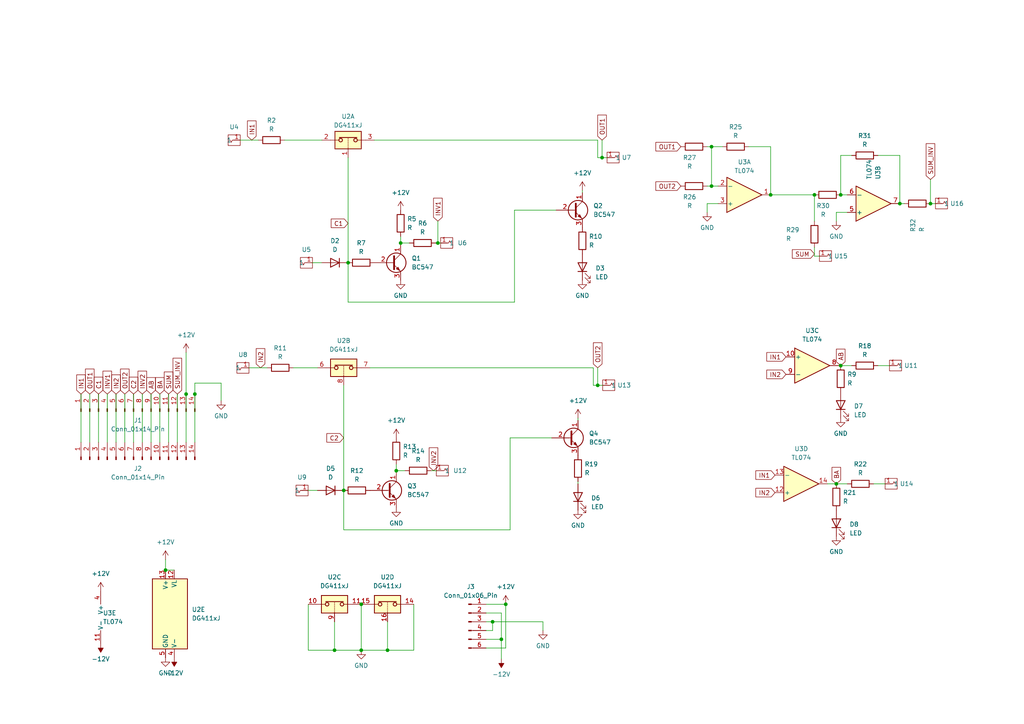
<source format=kicad_sch>
(kicad_sch (version 20230121) (generator eeschema)

  (uuid 90a55c3a-f87a-40e0-94bc-a68af32d8a27)

  (paper "A4")

  (lib_symbols
    (symbol "Amplifier_Operational:TL074" (pin_names (offset 0.127)) (in_bom yes) (on_board yes)
      (property "Reference" "U" (at 0 5.08 0)
        (effects (font (size 1.27 1.27)) (justify left))
      )
      (property "Value" "TL074" (at 0 -5.08 0)
        (effects (font (size 1.27 1.27)) (justify left))
      )
      (property "Footprint" "" (at -1.27 2.54 0)
        (effects (font (size 1.27 1.27)) hide)
      )
      (property "Datasheet" "http://www.ti.com/lit/ds/symlink/tl071.pdf" (at 1.27 5.08 0)
        (effects (font (size 1.27 1.27)) hide)
      )
      (property "ki_locked" "" (at 0 0 0)
        (effects (font (size 1.27 1.27)))
      )
      (property "ki_keywords" "quad opamp" (at 0 0 0)
        (effects (font (size 1.27 1.27)) hide)
      )
      (property "ki_description" "Quad Low-Noise JFET-Input Operational Amplifiers, DIP-14/SOIC-14" (at 0 0 0)
        (effects (font (size 1.27 1.27)) hide)
      )
      (property "ki_fp_filters" "SOIC*3.9x8.7mm*P1.27mm* DIP*W7.62mm* TSSOP*4.4x5mm*P0.65mm* SSOP*5.3x6.2mm*P0.65mm* MSOP*3x3mm*P0.5mm*" (at 0 0 0)
        (effects (font (size 1.27 1.27)) hide)
      )
      (symbol "TL074_1_1"
        (polyline
          (pts
            (xy -5.08 5.08)
            (xy 5.08 0)
            (xy -5.08 -5.08)
            (xy -5.08 5.08)
          )
          (stroke (width 0.254) (type default))
          (fill (type background))
        )
        (pin output line (at 7.62 0 180) (length 2.54)
          (name "~" (effects (font (size 1.27 1.27))))
          (number "1" (effects (font (size 1.27 1.27))))
        )
        (pin input line (at -7.62 -2.54 0) (length 2.54)
          (name "-" (effects (font (size 1.27 1.27))))
          (number "2" (effects (font (size 1.27 1.27))))
        )
        (pin input line (at -7.62 2.54 0) (length 2.54)
          (name "+" (effects (font (size 1.27 1.27))))
          (number "3" (effects (font (size 1.27 1.27))))
        )
      )
      (symbol "TL074_2_1"
        (polyline
          (pts
            (xy -5.08 5.08)
            (xy 5.08 0)
            (xy -5.08 -5.08)
            (xy -5.08 5.08)
          )
          (stroke (width 0.254) (type default))
          (fill (type background))
        )
        (pin input line (at -7.62 2.54 0) (length 2.54)
          (name "+" (effects (font (size 1.27 1.27))))
          (number "5" (effects (font (size 1.27 1.27))))
        )
        (pin input line (at -7.62 -2.54 0) (length 2.54)
          (name "-" (effects (font (size 1.27 1.27))))
          (number "6" (effects (font (size 1.27 1.27))))
        )
        (pin output line (at 7.62 0 180) (length 2.54)
          (name "~" (effects (font (size 1.27 1.27))))
          (number "7" (effects (font (size 1.27 1.27))))
        )
      )
      (symbol "TL074_3_1"
        (polyline
          (pts
            (xy -5.08 5.08)
            (xy 5.08 0)
            (xy -5.08 -5.08)
            (xy -5.08 5.08)
          )
          (stroke (width 0.254) (type default))
          (fill (type background))
        )
        (pin input line (at -7.62 2.54 0) (length 2.54)
          (name "+" (effects (font (size 1.27 1.27))))
          (number "10" (effects (font (size 1.27 1.27))))
        )
        (pin output line (at 7.62 0 180) (length 2.54)
          (name "~" (effects (font (size 1.27 1.27))))
          (number "8" (effects (font (size 1.27 1.27))))
        )
        (pin input line (at -7.62 -2.54 0) (length 2.54)
          (name "-" (effects (font (size 1.27 1.27))))
          (number "9" (effects (font (size 1.27 1.27))))
        )
      )
      (symbol "TL074_4_1"
        (polyline
          (pts
            (xy -5.08 5.08)
            (xy 5.08 0)
            (xy -5.08 -5.08)
            (xy -5.08 5.08)
          )
          (stroke (width 0.254) (type default))
          (fill (type background))
        )
        (pin input line (at -7.62 2.54 0) (length 2.54)
          (name "+" (effects (font (size 1.27 1.27))))
          (number "12" (effects (font (size 1.27 1.27))))
        )
        (pin input line (at -7.62 -2.54 0) (length 2.54)
          (name "-" (effects (font (size 1.27 1.27))))
          (number "13" (effects (font (size 1.27 1.27))))
        )
        (pin output line (at 7.62 0 180) (length 2.54)
          (name "~" (effects (font (size 1.27 1.27))))
          (number "14" (effects (font (size 1.27 1.27))))
        )
      )
      (symbol "TL074_5_1"
        (pin power_in line (at -2.54 -7.62 90) (length 3.81)
          (name "V-" (effects (font (size 1.27 1.27))))
          (number "11" (effects (font (size 1.27 1.27))))
        )
        (pin power_in line (at -2.54 7.62 270) (length 3.81)
          (name "V+" (effects (font (size 1.27 1.27))))
          (number "4" (effects (font (size 1.27 1.27))))
        )
      )
    )
    (symbol "Analog_Switch:DG411xJ" (pin_names (offset 0.254)) (in_bom yes) (on_board yes)
      (property "Reference" "U" (at -3.175 5.334 0)
        (effects (font (size 1.27 1.27)) (justify left))
      )
      (property "Value" "DG411xJ" (at -3.175 3.556 0)
        (effects (font (size 1.27 1.27)) (justify left))
      )
      (property "Footprint" "Package_DIP:DIP-16_W7.62mm" (at 0 -2.54 0)
        (effects (font (size 1.27 1.27)) hide)
      )
      (property "Datasheet" "https://datasheets.maximintegrated.com/en/ds/DG411-DG413.pdf" (at 0 0 0)
        (effects (font (size 1.27 1.27)) hide)
      )
      (property "ki_keywords" "CMOS Analog Switch" (at 0 0 0)
        (effects (font (size 1.27 1.27)) hide)
      )
      (property "ki_description" "Quad SPST Monolithic CMOS Analog Switches, normally ON, 17Ohm Ron, DIP-16" (at 0 0 0)
        (effects (font (size 1.27 1.27)) hide)
      )
      (property "ki_fp_filters" "DIP*W7.62mm*" (at 0 0 0)
        (effects (font (size 1.27 1.27)) hide)
      )
      (symbol "DG411xJ_1_1"
        (rectangle (start -3.81 2.54) (end 3.81 -2.54)
          (stroke (width 0.254) (type default))
          (fill (type background))
        )
        (circle (center -2.159 0) (radius 0.508)
          (stroke (width 0.254) (type default))
          (fill (type none))
        )
        (polyline
          (pts
            (xy -5.08 0)
            (xy -2.794 0)
          )
          (stroke (width 0) (type default))
          (fill (type none))
        )
        (polyline
          (pts
            (xy -2.54 0.762)
            (xy 2.54 0.762)
          )
          (stroke (width 0.254) (type default))
          (fill (type none))
        )
        (polyline
          (pts
            (xy 0 -2.54)
            (xy 0 -2.032)
          )
          (stroke (width 0) (type default))
          (fill (type none))
        )
        (polyline
          (pts
            (xy 0 -1.778)
            (xy 0 -1.524)
          )
          (stroke (width 0) (type default))
          (fill (type none))
        )
        (polyline
          (pts
            (xy 0 -1.27)
            (xy 0 -1.016)
          )
          (stroke (width 0) (type default))
          (fill (type none))
        )
        (polyline
          (pts
            (xy 0 -0.762)
            (xy 0 -0.508)
          )
          (stroke (width 0) (type default))
          (fill (type none))
        )
        (polyline
          (pts
            (xy 0 -0.254)
            (xy 0 0)
          )
          (stroke (width 0) (type default))
          (fill (type none))
        )
        (polyline
          (pts
            (xy 0 0.254)
            (xy 0 0.508)
          )
          (stroke (width 0) (type default))
          (fill (type none))
        )
        (polyline
          (pts
            (xy 5.08 0)
            (xy 2.794 0)
          )
          (stroke (width 0) (type default))
          (fill (type none))
        )
        (circle (center 2.159 0) (radius 0.508)
          (stroke (width 0.254) (type default))
          (fill (type none))
        )
        (pin input line (at 0 -5.08 90) (length 2.54)
          (name "~" (effects (font (size 1.27 1.27))))
          (number "1" (effects (font (size 1.27 1.27))))
        )
        (pin passive line (at -7.62 0 0) (length 2.54)
          (name "~" (effects (font (size 1.27 1.27))))
          (number "2" (effects (font (size 1.27 1.27))))
        )
        (pin passive line (at 7.62 0 180) (length 2.54)
          (name "~" (effects (font (size 1.27 1.27))))
          (number "3" (effects (font (size 1.27 1.27))))
        )
      )
      (symbol "DG411xJ_2_1"
        (rectangle (start -3.81 2.54) (end 3.81 -2.54)
          (stroke (width 0.254) (type default))
          (fill (type background))
        )
        (circle (center -2.159 0) (radius 0.508)
          (stroke (width 0.254) (type default))
          (fill (type none))
        )
        (polyline
          (pts
            (xy -5.08 0)
            (xy -2.794 0)
          )
          (stroke (width 0) (type default))
          (fill (type none))
        )
        (polyline
          (pts
            (xy -2.54 0.762)
            (xy 2.54 0.762)
          )
          (stroke (width 0.254) (type default))
          (fill (type none))
        )
        (polyline
          (pts
            (xy 0 -2.54)
            (xy 0 -2.032)
          )
          (stroke (width 0) (type default))
          (fill (type none))
        )
        (polyline
          (pts
            (xy 0 -1.778)
            (xy 0 -1.524)
          )
          (stroke (width 0) (type default))
          (fill (type none))
        )
        (polyline
          (pts
            (xy 0 -1.27)
            (xy 0 -1.016)
          )
          (stroke (width 0) (type default))
          (fill (type none))
        )
        (polyline
          (pts
            (xy 0 -0.762)
            (xy 0 -0.508)
          )
          (stroke (width 0) (type default))
          (fill (type none))
        )
        (polyline
          (pts
            (xy 0 -0.254)
            (xy 0 0)
          )
          (stroke (width 0) (type default))
          (fill (type none))
        )
        (polyline
          (pts
            (xy 0 0.254)
            (xy 0 0.508)
          )
          (stroke (width 0) (type default))
          (fill (type none))
        )
        (polyline
          (pts
            (xy 5.08 0)
            (xy 2.794 0)
          )
          (stroke (width 0) (type default))
          (fill (type none))
        )
        (circle (center 2.159 0) (radius 0.508)
          (stroke (width 0.254) (type default))
          (fill (type none))
        )
        (pin passive line (at -7.62 0 0) (length 2.54)
          (name "~" (effects (font (size 1.27 1.27))))
          (number "6" (effects (font (size 1.27 1.27))))
        )
        (pin passive line (at 7.62 0 180) (length 2.54)
          (name "~" (effects (font (size 1.27 1.27))))
          (number "7" (effects (font (size 1.27 1.27))))
        )
        (pin input line (at 0 -5.08 90) (length 2.54)
          (name "~" (effects (font (size 1.27 1.27))))
          (number "8" (effects (font (size 1.27 1.27))))
        )
      )
      (symbol "DG411xJ_3_1"
        (rectangle (start -3.81 2.54) (end 3.81 -2.54)
          (stroke (width 0.254) (type default))
          (fill (type background))
        )
        (circle (center -2.159 0) (radius 0.508)
          (stroke (width 0.254) (type default))
          (fill (type none))
        )
        (polyline
          (pts
            (xy -5.08 0)
            (xy -2.794 0)
          )
          (stroke (width 0) (type default))
          (fill (type none))
        )
        (polyline
          (pts
            (xy -2.54 0.762)
            (xy 2.54 0.762)
          )
          (stroke (width 0.254) (type default))
          (fill (type none))
        )
        (polyline
          (pts
            (xy 0 -2.54)
            (xy 0 -2.032)
          )
          (stroke (width 0) (type default))
          (fill (type none))
        )
        (polyline
          (pts
            (xy 0 -1.778)
            (xy 0 -1.524)
          )
          (stroke (width 0) (type default))
          (fill (type none))
        )
        (polyline
          (pts
            (xy 0 -1.27)
            (xy 0 -1.016)
          )
          (stroke (width 0) (type default))
          (fill (type none))
        )
        (polyline
          (pts
            (xy 0 -0.762)
            (xy 0 -0.508)
          )
          (stroke (width 0) (type default))
          (fill (type none))
        )
        (polyline
          (pts
            (xy 0 -0.254)
            (xy 0 0)
          )
          (stroke (width 0) (type default))
          (fill (type none))
        )
        (polyline
          (pts
            (xy 0 0.254)
            (xy 0 0.508)
          )
          (stroke (width 0) (type default))
          (fill (type none))
        )
        (polyline
          (pts
            (xy 5.08 0)
            (xy 2.794 0)
          )
          (stroke (width 0) (type default))
          (fill (type none))
        )
        (circle (center 2.159 0) (radius 0.508)
          (stroke (width 0.254) (type default))
          (fill (type none))
        )
        (pin passive line (at -7.62 0 0) (length 2.54)
          (name "~" (effects (font (size 1.27 1.27))))
          (number "10" (effects (font (size 1.27 1.27))))
        )
        (pin passive line (at 7.62 0 180) (length 2.54)
          (name "~" (effects (font (size 1.27 1.27))))
          (number "11" (effects (font (size 1.27 1.27))))
        )
        (pin input line (at 0 -5.08 90) (length 2.54)
          (name "~" (effects (font (size 1.27 1.27))))
          (number "9" (effects (font (size 1.27 1.27))))
        )
      )
      (symbol "DG411xJ_4_1"
        (rectangle (start -3.81 2.54) (end 3.81 -2.54)
          (stroke (width 0.254) (type default))
          (fill (type background))
        )
        (circle (center -2.159 0) (radius 0.508)
          (stroke (width 0.254) (type default))
          (fill (type none))
        )
        (polyline
          (pts
            (xy -5.08 0)
            (xy -2.794 0)
          )
          (stroke (width 0) (type default))
          (fill (type none))
        )
        (polyline
          (pts
            (xy -2.54 0.762)
            (xy 2.54 0.762)
          )
          (stroke (width 0.254) (type default))
          (fill (type none))
        )
        (polyline
          (pts
            (xy 0 -2.54)
            (xy 0 -2.032)
          )
          (stroke (width 0) (type default))
          (fill (type none))
        )
        (polyline
          (pts
            (xy 0 -1.778)
            (xy 0 -1.524)
          )
          (stroke (width 0) (type default))
          (fill (type none))
        )
        (polyline
          (pts
            (xy 0 -1.27)
            (xy 0 -1.016)
          )
          (stroke (width 0) (type default))
          (fill (type none))
        )
        (polyline
          (pts
            (xy 0 -0.762)
            (xy 0 -0.508)
          )
          (stroke (width 0) (type default))
          (fill (type none))
        )
        (polyline
          (pts
            (xy 0 -0.254)
            (xy 0 0)
          )
          (stroke (width 0) (type default))
          (fill (type none))
        )
        (polyline
          (pts
            (xy 0 0.254)
            (xy 0 0.508)
          )
          (stroke (width 0) (type default))
          (fill (type none))
        )
        (polyline
          (pts
            (xy 5.08 0)
            (xy 2.794 0)
          )
          (stroke (width 0) (type default))
          (fill (type none))
        )
        (circle (center 2.159 0) (radius 0.508)
          (stroke (width 0.254) (type default))
          (fill (type none))
        )
        (pin passive line (at 7.62 0 180) (length 2.54)
          (name "~" (effects (font (size 1.27 1.27))))
          (number "14" (effects (font (size 1.27 1.27))))
        )
        (pin passive line (at -7.62 0 0) (length 2.54)
          (name "~" (effects (font (size 1.27 1.27))))
          (number "15" (effects (font (size 1.27 1.27))))
        )
        (pin input line (at 0 -5.08 90) (length 2.54)
          (name "~" (effects (font (size 1.27 1.27))))
          (number "16" (effects (font (size 1.27 1.27))))
        )
      )
      (symbol "DG411xJ_5_0"
        (pin power_in line (at 2.54 12.7 270) (length 2.54)
          (name "VL" (effects (font (size 1.27 1.27))))
          (number "12" (effects (font (size 1.27 1.27))))
        )
        (pin power_in line (at 0 12.7 270) (length 2.54)
          (name "V+" (effects (font (size 1.27 1.27))))
          (number "13" (effects (font (size 1.27 1.27))))
        )
        (pin power_in line (at 2.54 -12.7 90) (length 2.54)
          (name "V-" (effects (font (size 1.27 1.27))))
          (number "4" (effects (font (size 1.27 1.27))))
        )
        (pin power_in line (at 0 -12.7 90) (length 2.54)
          (name "GND" (effects (font (size 1.27 1.27))))
          (number "5" (effects (font (size 1.27 1.27))))
        )
      )
      (symbol "DG411xJ_5_1"
        (rectangle (start -3.81 10.16) (end 6.35 -10.16)
          (stroke (width 0.254) (type default))
          (fill (type background))
        )
      )
    )
    (symbol "Connector:Conn_01x06_Pin" (pin_names (offset 1.016) hide) (in_bom yes) (on_board yes)
      (property "Reference" "J" (at 0 7.62 0)
        (effects (font (size 1.27 1.27)))
      )
      (property "Value" "Conn_01x06_Pin" (at 0 -10.16 0)
        (effects (font (size 1.27 1.27)))
      )
      (property "Footprint" "" (at 0 0 0)
        (effects (font (size 1.27 1.27)) hide)
      )
      (property "Datasheet" "~" (at 0 0 0)
        (effects (font (size 1.27 1.27)) hide)
      )
      (property "ki_locked" "" (at 0 0 0)
        (effects (font (size 1.27 1.27)))
      )
      (property "ki_keywords" "connector" (at 0 0 0)
        (effects (font (size 1.27 1.27)) hide)
      )
      (property "ki_description" "Generic connector, single row, 01x06, script generated" (at 0 0 0)
        (effects (font (size 1.27 1.27)) hide)
      )
      (property "ki_fp_filters" "Connector*:*_1x??_*" (at 0 0 0)
        (effects (font (size 1.27 1.27)) hide)
      )
      (symbol "Conn_01x06_Pin_1_1"
        (polyline
          (pts
            (xy 1.27 -7.62)
            (xy 0.8636 -7.62)
          )
          (stroke (width 0.1524) (type default))
          (fill (type none))
        )
        (polyline
          (pts
            (xy 1.27 -5.08)
            (xy 0.8636 -5.08)
          )
          (stroke (width 0.1524) (type default))
          (fill (type none))
        )
        (polyline
          (pts
            (xy 1.27 -2.54)
            (xy 0.8636 -2.54)
          )
          (stroke (width 0.1524) (type default))
          (fill (type none))
        )
        (polyline
          (pts
            (xy 1.27 0)
            (xy 0.8636 0)
          )
          (stroke (width 0.1524) (type default))
          (fill (type none))
        )
        (polyline
          (pts
            (xy 1.27 2.54)
            (xy 0.8636 2.54)
          )
          (stroke (width 0.1524) (type default))
          (fill (type none))
        )
        (polyline
          (pts
            (xy 1.27 5.08)
            (xy 0.8636 5.08)
          )
          (stroke (width 0.1524) (type default))
          (fill (type none))
        )
        (rectangle (start 0.8636 -7.493) (end 0 -7.747)
          (stroke (width 0.1524) (type default))
          (fill (type outline))
        )
        (rectangle (start 0.8636 -4.953) (end 0 -5.207)
          (stroke (width 0.1524) (type default))
          (fill (type outline))
        )
        (rectangle (start 0.8636 -2.413) (end 0 -2.667)
          (stroke (width 0.1524) (type default))
          (fill (type outline))
        )
        (rectangle (start 0.8636 0.127) (end 0 -0.127)
          (stroke (width 0.1524) (type default))
          (fill (type outline))
        )
        (rectangle (start 0.8636 2.667) (end 0 2.413)
          (stroke (width 0.1524) (type default))
          (fill (type outline))
        )
        (rectangle (start 0.8636 5.207) (end 0 4.953)
          (stroke (width 0.1524) (type default))
          (fill (type outline))
        )
        (pin passive line (at 5.08 5.08 180) (length 3.81)
          (name "Pin_1" (effects (font (size 1.27 1.27))))
          (number "1" (effects (font (size 1.27 1.27))))
        )
        (pin passive line (at 5.08 2.54 180) (length 3.81)
          (name "Pin_2" (effects (font (size 1.27 1.27))))
          (number "2" (effects (font (size 1.27 1.27))))
        )
        (pin passive line (at 5.08 0 180) (length 3.81)
          (name "Pin_3" (effects (font (size 1.27 1.27))))
          (number "3" (effects (font (size 1.27 1.27))))
        )
        (pin passive line (at 5.08 -2.54 180) (length 3.81)
          (name "Pin_4" (effects (font (size 1.27 1.27))))
          (number "4" (effects (font (size 1.27 1.27))))
        )
        (pin passive line (at 5.08 -5.08 180) (length 3.81)
          (name "Pin_5" (effects (font (size 1.27 1.27))))
          (number "5" (effects (font (size 1.27 1.27))))
        )
        (pin passive line (at 5.08 -7.62 180) (length 3.81)
          (name "Pin_6" (effects (font (size 1.27 1.27))))
          (number "6" (effects (font (size 1.27 1.27))))
        )
      )
    )
    (symbol "Connector:Conn_01x14_Pin" (pin_names (offset 1.016) hide) (in_bom yes) (on_board yes)
      (property "Reference" "J" (at 0 17.78 0)
        (effects (font (size 1.27 1.27)))
      )
      (property "Value" "Conn_01x14_Pin" (at 0 -20.32 0)
        (effects (font (size 1.27 1.27)))
      )
      (property "Footprint" "" (at 0 0 0)
        (effects (font (size 1.27 1.27)) hide)
      )
      (property "Datasheet" "~" (at 0 0 0)
        (effects (font (size 1.27 1.27)) hide)
      )
      (property "ki_locked" "" (at 0 0 0)
        (effects (font (size 1.27 1.27)))
      )
      (property "ki_keywords" "connector" (at 0 0 0)
        (effects (font (size 1.27 1.27)) hide)
      )
      (property "ki_description" "Generic connector, single row, 01x14, script generated" (at 0 0 0)
        (effects (font (size 1.27 1.27)) hide)
      )
      (property "ki_fp_filters" "Connector*:*_1x??_*" (at 0 0 0)
        (effects (font (size 1.27 1.27)) hide)
      )
      (symbol "Conn_01x14_Pin_1_1"
        (polyline
          (pts
            (xy 1.27 -17.78)
            (xy 0.8636 -17.78)
          )
          (stroke (width 0.1524) (type default))
          (fill (type none))
        )
        (polyline
          (pts
            (xy 1.27 -15.24)
            (xy 0.8636 -15.24)
          )
          (stroke (width 0.1524) (type default))
          (fill (type none))
        )
        (polyline
          (pts
            (xy 1.27 -12.7)
            (xy 0.8636 -12.7)
          )
          (stroke (width 0.1524) (type default))
          (fill (type none))
        )
        (polyline
          (pts
            (xy 1.27 -10.16)
            (xy 0.8636 -10.16)
          )
          (stroke (width 0.1524) (type default))
          (fill (type none))
        )
        (polyline
          (pts
            (xy 1.27 -7.62)
            (xy 0.8636 -7.62)
          )
          (stroke (width 0.1524) (type default))
          (fill (type none))
        )
        (polyline
          (pts
            (xy 1.27 -5.08)
            (xy 0.8636 -5.08)
          )
          (stroke (width 0.1524) (type default))
          (fill (type none))
        )
        (polyline
          (pts
            (xy 1.27 -2.54)
            (xy 0.8636 -2.54)
          )
          (stroke (width 0.1524) (type default))
          (fill (type none))
        )
        (polyline
          (pts
            (xy 1.27 0)
            (xy 0.8636 0)
          )
          (stroke (width 0.1524) (type default))
          (fill (type none))
        )
        (polyline
          (pts
            (xy 1.27 2.54)
            (xy 0.8636 2.54)
          )
          (stroke (width 0.1524) (type default))
          (fill (type none))
        )
        (polyline
          (pts
            (xy 1.27 5.08)
            (xy 0.8636 5.08)
          )
          (stroke (width 0.1524) (type default))
          (fill (type none))
        )
        (polyline
          (pts
            (xy 1.27 7.62)
            (xy 0.8636 7.62)
          )
          (stroke (width 0.1524) (type default))
          (fill (type none))
        )
        (polyline
          (pts
            (xy 1.27 10.16)
            (xy 0.8636 10.16)
          )
          (stroke (width 0.1524) (type default))
          (fill (type none))
        )
        (polyline
          (pts
            (xy 1.27 12.7)
            (xy 0.8636 12.7)
          )
          (stroke (width 0.1524) (type default))
          (fill (type none))
        )
        (polyline
          (pts
            (xy 1.27 15.24)
            (xy 0.8636 15.24)
          )
          (stroke (width 0.1524) (type default))
          (fill (type none))
        )
        (rectangle (start 0.8636 -17.653) (end 0 -17.907)
          (stroke (width 0.1524) (type default))
          (fill (type outline))
        )
        (rectangle (start 0.8636 -15.113) (end 0 -15.367)
          (stroke (width 0.1524) (type default))
          (fill (type outline))
        )
        (rectangle (start 0.8636 -12.573) (end 0 -12.827)
          (stroke (width 0.1524) (type default))
          (fill (type outline))
        )
        (rectangle (start 0.8636 -10.033) (end 0 -10.287)
          (stroke (width 0.1524) (type default))
          (fill (type outline))
        )
        (rectangle (start 0.8636 -7.493) (end 0 -7.747)
          (stroke (width 0.1524) (type default))
          (fill (type outline))
        )
        (rectangle (start 0.8636 -4.953) (end 0 -5.207)
          (stroke (width 0.1524) (type default))
          (fill (type outline))
        )
        (rectangle (start 0.8636 -2.413) (end 0 -2.667)
          (stroke (width 0.1524) (type default))
          (fill (type outline))
        )
        (rectangle (start 0.8636 0.127) (end 0 -0.127)
          (stroke (width 0.1524) (type default))
          (fill (type outline))
        )
        (rectangle (start 0.8636 2.667) (end 0 2.413)
          (stroke (width 0.1524) (type default))
          (fill (type outline))
        )
        (rectangle (start 0.8636 5.207) (end 0 4.953)
          (stroke (width 0.1524) (type default))
          (fill (type outline))
        )
        (rectangle (start 0.8636 7.747) (end 0 7.493)
          (stroke (width 0.1524) (type default))
          (fill (type outline))
        )
        (rectangle (start 0.8636 10.287) (end 0 10.033)
          (stroke (width 0.1524) (type default))
          (fill (type outline))
        )
        (rectangle (start 0.8636 12.827) (end 0 12.573)
          (stroke (width 0.1524) (type default))
          (fill (type outline))
        )
        (rectangle (start 0.8636 15.367) (end 0 15.113)
          (stroke (width 0.1524) (type default))
          (fill (type outline))
        )
        (pin passive line (at 5.08 15.24 180) (length 3.81)
          (name "Pin_1" (effects (font (size 1.27 1.27))))
          (number "1" (effects (font (size 1.27 1.27))))
        )
        (pin passive line (at 5.08 -7.62 180) (length 3.81)
          (name "Pin_10" (effects (font (size 1.27 1.27))))
          (number "10" (effects (font (size 1.27 1.27))))
        )
        (pin passive line (at 5.08 -10.16 180) (length 3.81)
          (name "Pin_11" (effects (font (size 1.27 1.27))))
          (number "11" (effects (font (size 1.27 1.27))))
        )
        (pin passive line (at 5.08 -12.7 180) (length 3.81)
          (name "Pin_12" (effects (font (size 1.27 1.27))))
          (number "12" (effects (font (size 1.27 1.27))))
        )
        (pin passive line (at 5.08 -15.24 180) (length 3.81)
          (name "Pin_13" (effects (font (size 1.27 1.27))))
          (number "13" (effects (font (size 1.27 1.27))))
        )
        (pin passive line (at 5.08 -17.78 180) (length 3.81)
          (name "Pin_14" (effects (font (size 1.27 1.27))))
          (number "14" (effects (font (size 1.27 1.27))))
        )
        (pin passive line (at 5.08 12.7 180) (length 3.81)
          (name "Pin_2" (effects (font (size 1.27 1.27))))
          (number "2" (effects (font (size 1.27 1.27))))
        )
        (pin passive line (at 5.08 10.16 180) (length 3.81)
          (name "Pin_3" (effects (font (size 1.27 1.27))))
          (number "3" (effects (font (size 1.27 1.27))))
        )
        (pin passive line (at 5.08 7.62 180) (length 3.81)
          (name "Pin_4" (effects (font (size 1.27 1.27))))
          (number "4" (effects (font (size 1.27 1.27))))
        )
        (pin passive line (at 5.08 5.08 180) (length 3.81)
          (name "Pin_5" (effects (font (size 1.27 1.27))))
          (number "5" (effects (font (size 1.27 1.27))))
        )
        (pin passive line (at 5.08 2.54 180) (length 3.81)
          (name "Pin_6" (effects (font (size 1.27 1.27))))
          (number "6" (effects (font (size 1.27 1.27))))
        )
        (pin passive line (at 5.08 0 180) (length 3.81)
          (name "Pin_7" (effects (font (size 1.27 1.27))))
          (number "7" (effects (font (size 1.27 1.27))))
        )
        (pin passive line (at 5.08 -2.54 180) (length 3.81)
          (name "Pin_8" (effects (font (size 1.27 1.27))))
          (number "8" (effects (font (size 1.27 1.27))))
        )
        (pin passive line (at 5.08 -5.08 180) (length 3.81)
          (name "Pin_9" (effects (font (size 1.27 1.27))))
          (number "9" (effects (font (size 1.27 1.27))))
        )
      )
    )
    (symbol "Device:D" (pin_numbers hide) (pin_names (offset 1.016) hide) (in_bom yes) (on_board yes)
      (property "Reference" "D" (at 0 2.54 0)
        (effects (font (size 1.27 1.27)))
      )
      (property "Value" "D" (at 0 -2.54 0)
        (effects (font (size 1.27 1.27)))
      )
      (property "Footprint" "" (at 0 0 0)
        (effects (font (size 1.27 1.27)) hide)
      )
      (property "Datasheet" "~" (at 0 0 0)
        (effects (font (size 1.27 1.27)) hide)
      )
      (property "Sim.Device" "D" (at 0 0 0)
        (effects (font (size 1.27 1.27)) hide)
      )
      (property "Sim.Pins" "1=K 2=A" (at 0 0 0)
        (effects (font (size 1.27 1.27)) hide)
      )
      (property "ki_keywords" "diode" (at 0 0 0)
        (effects (font (size 1.27 1.27)) hide)
      )
      (property "ki_description" "Diode" (at 0 0 0)
        (effects (font (size 1.27 1.27)) hide)
      )
      (property "ki_fp_filters" "TO-???* *_Diode_* *SingleDiode* D_*" (at 0 0 0)
        (effects (font (size 1.27 1.27)) hide)
      )
      (symbol "D_0_1"
        (polyline
          (pts
            (xy -1.27 1.27)
            (xy -1.27 -1.27)
          )
          (stroke (width 0.254) (type default))
          (fill (type none))
        )
        (polyline
          (pts
            (xy 1.27 0)
            (xy -1.27 0)
          )
          (stroke (width 0) (type default))
          (fill (type none))
        )
        (polyline
          (pts
            (xy 1.27 1.27)
            (xy 1.27 -1.27)
            (xy -1.27 0)
            (xy 1.27 1.27)
          )
          (stroke (width 0.254) (type default))
          (fill (type none))
        )
      )
      (symbol "D_1_1"
        (pin passive line (at -3.81 0 0) (length 2.54)
          (name "K" (effects (font (size 1.27 1.27))))
          (number "1" (effects (font (size 1.27 1.27))))
        )
        (pin passive line (at 3.81 0 180) (length 2.54)
          (name "A" (effects (font (size 1.27 1.27))))
          (number "2" (effects (font (size 1.27 1.27))))
        )
      )
    )
    (symbol "Device:LED" (pin_numbers hide) (pin_names (offset 1.016) hide) (in_bom yes) (on_board yes)
      (property "Reference" "D" (at 0 2.54 0)
        (effects (font (size 1.27 1.27)))
      )
      (property "Value" "LED" (at 0 -2.54 0)
        (effects (font (size 1.27 1.27)))
      )
      (property "Footprint" "" (at 0 0 0)
        (effects (font (size 1.27 1.27)) hide)
      )
      (property "Datasheet" "~" (at 0 0 0)
        (effects (font (size 1.27 1.27)) hide)
      )
      (property "ki_keywords" "LED diode" (at 0 0 0)
        (effects (font (size 1.27 1.27)) hide)
      )
      (property "ki_description" "Light emitting diode" (at 0 0 0)
        (effects (font (size 1.27 1.27)) hide)
      )
      (property "ki_fp_filters" "LED* LED_SMD:* LED_THT:*" (at 0 0 0)
        (effects (font (size 1.27 1.27)) hide)
      )
      (symbol "LED_0_1"
        (polyline
          (pts
            (xy -1.27 -1.27)
            (xy -1.27 1.27)
          )
          (stroke (width 0.254) (type default))
          (fill (type none))
        )
        (polyline
          (pts
            (xy -1.27 0)
            (xy 1.27 0)
          )
          (stroke (width 0) (type default))
          (fill (type none))
        )
        (polyline
          (pts
            (xy 1.27 -1.27)
            (xy 1.27 1.27)
            (xy -1.27 0)
            (xy 1.27 -1.27)
          )
          (stroke (width 0.254) (type default))
          (fill (type none))
        )
        (polyline
          (pts
            (xy -3.048 -0.762)
            (xy -4.572 -2.286)
            (xy -3.81 -2.286)
            (xy -4.572 -2.286)
            (xy -4.572 -1.524)
          )
          (stroke (width 0) (type default))
          (fill (type none))
        )
        (polyline
          (pts
            (xy -1.778 -0.762)
            (xy -3.302 -2.286)
            (xy -2.54 -2.286)
            (xy -3.302 -2.286)
            (xy -3.302 -1.524)
          )
          (stroke (width 0) (type default))
          (fill (type none))
        )
      )
      (symbol "LED_1_1"
        (pin passive line (at -3.81 0 0) (length 2.54)
          (name "K" (effects (font (size 1.27 1.27))))
          (number "1" (effects (font (size 1.27 1.27))))
        )
        (pin passive line (at 3.81 0 180) (length 2.54)
          (name "A" (effects (font (size 1.27 1.27))))
          (number "2" (effects (font (size 1.27 1.27))))
        )
      )
    )
    (symbol "Device:R" (pin_numbers hide) (pin_names (offset 0)) (in_bom yes) (on_board yes)
      (property "Reference" "R" (at 2.032 0 90)
        (effects (font (size 1.27 1.27)))
      )
      (property "Value" "R" (at 0 0 90)
        (effects (font (size 1.27 1.27)))
      )
      (property "Footprint" "" (at -1.778 0 90)
        (effects (font (size 1.27 1.27)) hide)
      )
      (property "Datasheet" "~" (at 0 0 0)
        (effects (font (size 1.27 1.27)) hide)
      )
      (property "ki_keywords" "R res resistor" (at 0 0 0)
        (effects (font (size 1.27 1.27)) hide)
      )
      (property "ki_description" "Resistor" (at 0 0 0)
        (effects (font (size 1.27 1.27)) hide)
      )
      (property "ki_fp_filters" "R_*" (at 0 0 0)
        (effects (font (size 1.27 1.27)) hide)
      )
      (symbol "R_0_1"
        (rectangle (start -1.016 -2.54) (end 1.016 2.54)
          (stroke (width 0.254) (type default))
          (fill (type none))
        )
      )
      (symbol "R_1_1"
        (pin passive line (at 0 3.81 270) (length 1.27)
          (name "~" (effects (font (size 1.27 1.27))))
          (number "1" (effects (font (size 1.27 1.27))))
        )
        (pin passive line (at 0 -3.81 90) (length 1.27)
          (name "~" (effects (font (size 1.27 1.27))))
          (number "2" (effects (font (size 1.27 1.27))))
        )
      )
    )
    (symbol "HEJ:Aux_flush" (in_bom yes) (on_board yes)
      (property "Reference" "U" (at -0.0508 5.3848 0)
        (effects (font (size 1.27 1.27)))
      )
      (property "Value" "Aux_flush" (at 0 3.5052 0)
        (effects (font (size 1.27 1.27)) hide)
      )
      (property "Footprint" "" (at 0 0 0)
        (effects (font (size 1.27 1.27)) hide)
      )
      (property "Datasheet" "" (at 0 0 0)
        (effects (font (size 1.27 1.27)) hide)
      )
      (symbol "Aux_flush_0_1"
        (rectangle (start -1.778 1.524) (end 1.7272 -1.5748)
          (stroke (width 0) (type default))
          (fill (type none))
        )
        (polyline
          (pts
            (xy -1.2192 0.0508)
            (xy -0.8636 -0.6604)
            (xy -0.5588 0)
            (xy 1.6764 0)
          )
          (stroke (width 0) (type default))
          (fill (type none))
        )
      )
      (symbol "Aux_flush_1_1"
        (pin bidirectional line (at 1.7272 0 180) (length 2)
          (name "1" (effects (font (size 1.27 1.27))))
          (number "1" (effects (font (size 1.27 1.27))))
        )
      )
    )
    (symbol "Transistor_BJT:BC547" (pin_names (offset 0) hide) (in_bom yes) (on_board yes)
      (property "Reference" "Q" (at 5.08 1.905 0)
        (effects (font (size 1.27 1.27)) (justify left))
      )
      (property "Value" "BC547" (at 5.08 0 0)
        (effects (font (size 1.27 1.27)) (justify left))
      )
      (property "Footprint" "Package_TO_SOT_THT:TO-92_Inline" (at 5.08 -1.905 0)
        (effects (font (size 1.27 1.27) italic) (justify left) hide)
      )
      (property "Datasheet" "https://www.onsemi.com/pub/Collateral/BC550-D.pdf" (at 0 0 0)
        (effects (font (size 1.27 1.27)) (justify left) hide)
      )
      (property "ki_keywords" "NPN Transistor" (at 0 0 0)
        (effects (font (size 1.27 1.27)) hide)
      )
      (property "ki_description" "0.1A Ic, 45V Vce, Small Signal NPN Transistor, TO-92" (at 0 0 0)
        (effects (font (size 1.27 1.27)) hide)
      )
      (property "ki_fp_filters" "TO?92*" (at 0 0 0)
        (effects (font (size 1.27 1.27)) hide)
      )
      (symbol "BC547_0_1"
        (polyline
          (pts
            (xy 0 0)
            (xy 0.635 0)
          )
          (stroke (width 0) (type default))
          (fill (type none))
        )
        (polyline
          (pts
            (xy 0.635 0.635)
            (xy 2.54 2.54)
          )
          (stroke (width 0) (type default))
          (fill (type none))
        )
        (polyline
          (pts
            (xy 0.635 -0.635)
            (xy 2.54 -2.54)
            (xy 2.54 -2.54)
          )
          (stroke (width 0) (type default))
          (fill (type none))
        )
        (polyline
          (pts
            (xy 0.635 1.905)
            (xy 0.635 -1.905)
            (xy 0.635 -1.905)
          )
          (stroke (width 0.508) (type default))
          (fill (type none))
        )
        (polyline
          (pts
            (xy 1.27 -1.778)
            (xy 1.778 -1.27)
            (xy 2.286 -2.286)
            (xy 1.27 -1.778)
            (xy 1.27 -1.778)
          )
          (stroke (width 0) (type default))
          (fill (type outline))
        )
        (circle (center 1.27 0) (radius 2.8194)
          (stroke (width 0.254) (type default))
          (fill (type none))
        )
      )
      (symbol "BC547_1_1"
        (pin passive line (at 2.54 5.08 270) (length 2.54)
          (name "C" (effects (font (size 1.27 1.27))))
          (number "1" (effects (font (size 1.27 1.27))))
        )
        (pin input line (at -5.08 0 0) (length 5.08)
          (name "B" (effects (font (size 1.27 1.27))))
          (number "2" (effects (font (size 1.27 1.27))))
        )
        (pin passive line (at 2.54 -5.08 90) (length 2.54)
          (name "E" (effects (font (size 1.27 1.27))))
          (number "3" (effects (font (size 1.27 1.27))))
        )
      )
    )
    (symbol "power:+12V" (power) (pin_names (offset 0)) (in_bom yes) (on_board yes)
      (property "Reference" "#PWR" (at 0 -3.81 0)
        (effects (font (size 1.27 1.27)) hide)
      )
      (property "Value" "+12V" (at 0 3.556 0)
        (effects (font (size 1.27 1.27)))
      )
      (property "Footprint" "" (at 0 0 0)
        (effects (font (size 1.27 1.27)) hide)
      )
      (property "Datasheet" "" (at 0 0 0)
        (effects (font (size 1.27 1.27)) hide)
      )
      (property "ki_keywords" "global power" (at 0 0 0)
        (effects (font (size 1.27 1.27)) hide)
      )
      (property "ki_description" "Power symbol creates a global label with name \"+12V\"" (at 0 0 0)
        (effects (font (size 1.27 1.27)) hide)
      )
      (symbol "+12V_0_1"
        (polyline
          (pts
            (xy -0.762 1.27)
            (xy 0 2.54)
          )
          (stroke (width 0) (type default))
          (fill (type none))
        )
        (polyline
          (pts
            (xy 0 0)
            (xy 0 2.54)
          )
          (stroke (width 0) (type default))
          (fill (type none))
        )
        (polyline
          (pts
            (xy 0 2.54)
            (xy 0.762 1.27)
          )
          (stroke (width 0) (type default))
          (fill (type none))
        )
      )
      (symbol "+12V_1_1"
        (pin power_in line (at 0 0 90) (length 0) hide
          (name "+12V" (effects (font (size 1.27 1.27))))
          (number "1" (effects (font (size 1.27 1.27))))
        )
      )
    )
    (symbol "power:-12V" (power) (pin_names (offset 0)) (in_bom yes) (on_board yes)
      (property "Reference" "#PWR" (at 0 2.54 0)
        (effects (font (size 1.27 1.27)) hide)
      )
      (property "Value" "-12V" (at 0 3.81 0)
        (effects (font (size 1.27 1.27)))
      )
      (property "Footprint" "" (at 0 0 0)
        (effects (font (size 1.27 1.27)) hide)
      )
      (property "Datasheet" "" (at 0 0 0)
        (effects (font (size 1.27 1.27)) hide)
      )
      (property "ki_keywords" "global power" (at 0 0 0)
        (effects (font (size 1.27 1.27)) hide)
      )
      (property "ki_description" "Power symbol creates a global label with name \"-12V\"" (at 0 0 0)
        (effects (font (size 1.27 1.27)) hide)
      )
      (symbol "-12V_0_0"
        (pin power_in line (at 0 0 90) (length 0) hide
          (name "-12V" (effects (font (size 1.27 1.27))))
          (number "1" (effects (font (size 1.27 1.27))))
        )
      )
      (symbol "-12V_0_1"
        (polyline
          (pts
            (xy 0 0)
            (xy 0 1.27)
            (xy 0.762 1.27)
            (xy 0 2.54)
            (xy -0.762 1.27)
            (xy 0 1.27)
          )
          (stroke (width 0) (type default))
          (fill (type outline))
        )
      )
    )
    (symbol "power:GND" (power) (pin_names (offset 0)) (in_bom yes) (on_board yes)
      (property "Reference" "#PWR" (at 0 -6.35 0)
        (effects (font (size 1.27 1.27)) hide)
      )
      (property "Value" "GND" (at 0 -3.81 0)
        (effects (font (size 1.27 1.27)))
      )
      (property "Footprint" "" (at 0 0 0)
        (effects (font (size 1.27 1.27)) hide)
      )
      (property "Datasheet" "" (at 0 0 0)
        (effects (font (size 1.27 1.27)) hide)
      )
      (property "ki_keywords" "global power" (at 0 0 0)
        (effects (font (size 1.27 1.27)) hide)
      )
      (property "ki_description" "Power symbol creates a global label with name \"GND\" , ground" (at 0 0 0)
        (effects (font (size 1.27 1.27)) hide)
      )
      (symbol "GND_0_1"
        (polyline
          (pts
            (xy 0 0)
            (xy 0 -1.27)
            (xy 1.27 -1.27)
            (xy 0 -2.54)
            (xy -1.27 -1.27)
            (xy 0 -1.27)
          )
          (stroke (width 0) (type default))
          (fill (type none))
        )
      )
      (symbol "GND_1_1"
        (pin power_in line (at 0 0 270) (length 0) hide
          (name "GND" (effects (font (size 1.27 1.27))))
          (number "1" (effects (font (size 1.27 1.27))))
        )
      )
    )
  )

  (junction (at 242.57 140.335) (diameter 0) (color 0 0 0 0)
    (uuid 05076029-ee05-4bdd-9cff-4884b718ebb0)
  )
  (junction (at 236.22 56.515) (diameter 0) (color 0 0 0 0)
    (uuid 1e1cfc13-d71d-48b0-9215-35517089ba01)
  )
  (junction (at 48.006 165.354) (diameter 0) (color 0 0 0 0)
    (uuid 283f4d8b-3de3-4660-9ff1-cea6506ce865)
  )
  (junction (at 99.695 142.24) (diameter 0) (color 0 0 0 0)
    (uuid 29af9749-35a6-444b-bbda-c60195f4276e)
  )
  (junction (at 112.395 188.595) (diameter 0) (color 0 0 0 0)
    (uuid 30697b28-b369-47b9-9205-7650a70e5b5b)
  )
  (junction (at 116.205 70.485) (diameter 0) (color 0 0 0 0)
    (uuid 3d482ff9-3254-4f79-b07e-5bee86defc1e)
  )
  (junction (at 146.685 175.26) (diameter 0) (color 0 0 0 0)
    (uuid 4886b239-478e-446b-b2ea-2029df5083d6)
  )
  (junction (at 100.965 76.2) (diameter 0) (color 0 0 0 0)
    (uuid 4feb0743-5f8a-4b69-94d5-d6862516e522)
  )
  (junction (at 223.52 56.515) (diameter 0) (color 0 0 0 0)
    (uuid 6c211f07-e0bd-452c-9929-fafd9ad95588)
  )
  (junction (at 104.775 175.26) (diameter 0) (color 0 0 0 0)
    (uuid 7f87e9cf-b917-42a3-821c-79af81d5c2d1)
  )
  (junction (at 145.415 185.42) (diameter 0) (color 0 0 0 0)
    (uuid 8c086b98-3fc7-4347-bbd4-dee3d6560db6)
  )
  (junction (at 127 70.485) (diameter 0) (color 0 0 0 0)
    (uuid 9e52e310-0b54-4a3e-a5e1-a26bf7560253)
  )
  (junction (at 97.028 188.595) (diameter 0) (color 0 0 0 0)
    (uuid a02fa0e1-8324-4c12-851d-2d03ddefcc52)
  )
  (junction (at 53.975 114.3) (diameter 0) (color 0 0 0 0)
    (uuid a05ccdc7-9e1b-4997-a5a4-253db16a133f)
  )
  (junction (at 243.84 106.045) (diameter 0) (color 0 0 0 0)
    (uuid a09798c5-6fb1-495e-b13f-5c7f89d41cea)
  )
  (junction (at 174.625 45.72) (diameter 0) (color 0 0 0 0)
    (uuid aa2b8667-e1ad-49ae-a427-534bce70b629)
  )
  (junction (at 142.875 180.34) (diameter 0) (color 0 0 0 0)
    (uuid b35f0fe6-4301-4e30-ac49-e03e75b91a11)
  )
  (junction (at 260.985 59.055) (diameter 0) (color 0 0 0 0)
    (uuid c76f3d05-109b-42d9-8f48-b73017b9c17e)
  )
  (junction (at 104.775 188.595) (diameter 0) (color 0 0 0 0)
    (uuid d09da9d3-7d58-4c98-a8cb-1347ca2534e5)
  )
  (junction (at 56.515 114.3) (diameter 0) (color 0 0 0 0)
    (uuid dc288f45-2744-4ad1-a609-ab29aa4b2467)
  )
  (junction (at 243.84 56.515) (diameter 0) (color 0 0 0 0)
    (uuid e2d528f9-7a76-464b-9e79-4baa369b61ad)
  )
  (junction (at 206.375 53.975) (diameter 0) (color 0 0 0 0)
    (uuid e5d0b608-b493-412a-9100-9a4d095e11c9)
  )
  (junction (at 269.875 59.055) (diameter 0) (color 0 0 0 0)
    (uuid eafed547-19a9-4010-8dbe-1b9f1fa14614)
  )
  (junction (at 206.375 42.545) (diameter 0) (color 0 0 0 0)
    (uuid eb04ddd7-8f33-4eb1-ac41-4f7c6c679040)
  )
  (junction (at 173.355 111.76) (diameter 0) (color 0 0 0 0)
    (uuid ee655458-070a-4721-9c7e-91d292d6f549)
  )
  (junction (at 114.935 136.525) (diameter 0) (color 0 0 0 0)
    (uuid f976c50f-abf2-4f30-91e4-d55859b1dd1a)
  )

  (wire (pts (xy 269.875 52.07) (xy 269.875 59.055))
    (stroke (width 0) (type default))
    (uuid 00a0b32c-6ab5-413a-b4d4-e50dad4ed686)
  )
  (wire (pts (xy 254.635 106.045) (xy 257.9878 106.045))
    (stroke (width 0) (type default))
    (uuid 0233406e-d451-4414-9a3d-86ae7c551aac)
  )
  (wire (pts (xy 64.135 116.205) (xy 64.135 111.125))
    (stroke (width 0) (type default))
    (uuid 0c0d7f4b-4b7d-41fd-8571-d2d7eddc0c4a)
  )
  (wire (pts (xy 140.97 175.26) (xy 146.685 175.26))
    (stroke (width 0) (type default))
    (uuid 0d7c7b83-d167-4ad9-b982-1501c460e11d)
  )
  (wire (pts (xy 260.985 59.055) (xy 260.985 45.085))
    (stroke (width 0) (type default))
    (uuid 0daed365-a0b6-4851-8980-58c2a4cba730)
  )
  (wire (pts (xy 149.225 60.96) (xy 149.225 87.63))
    (stroke (width 0) (type default))
    (uuid 0f27aac1-51d5-4c4a-8b08-af412e00ca32)
  )
  (wire (pts (xy 205.105 53.975) (xy 206.375 53.975))
    (stroke (width 0) (type default))
    (uuid 0f346415-a9d8-4034-bbc5-24eeb526b7ce)
  )
  (wire (pts (xy 140.97 180.34) (xy 142.875 180.34))
    (stroke (width 0) (type default))
    (uuid 1871abe0-a411-4bb6-9fb1-ed262d7cd1d4)
  )
  (wire (pts (xy 167.64 121.285) (xy 167.64 121.92))
    (stroke (width 0) (type default))
    (uuid 1a1e0c95-2b8e-4166-a805-7a61a6db9399)
  )
  (wire (pts (xy 43.815 114.3) (xy 43.815 128.27))
    (stroke (width 0) (type default))
    (uuid 217343fa-dd2a-490e-bd5f-6aa4a71e517f)
  )
  (wire (pts (xy 48.006 162.306) (xy 48.006 165.354))
    (stroke (width 0) (type default))
    (uuid 21d422c3-8297-4beb-832e-d62bdaf6c8bf)
  )
  (wire (pts (xy 114.935 134.62) (xy 114.935 136.525))
    (stroke (width 0) (type default))
    (uuid 245c3250-34c5-46bf-857c-57559587416b)
  )
  (wire (pts (xy 97.028 180.34) (xy 97.028 188.595))
    (stroke (width 0) (type default))
    (uuid 27185d00-c9ca-4972-afe4-8e92da571d81)
  )
  (wire (pts (xy 100.965 76.2) (xy 100.965 87.63))
    (stroke (width 0) (type default))
    (uuid 29c39036-fd49-46ee-b3e4-50713f603812)
  )
  (wire (pts (xy 69.6722 40.64) (xy 74.93 40.64))
    (stroke (width 0) (type default))
    (uuid 2a5199bf-42d6-4af4-bcb5-e598bb9d6dbe)
  )
  (wire (pts (xy 48.006 165.354) (xy 50.546 165.354))
    (stroke (width 0) (type default))
    (uuid 2c4dbbac-bd50-44b2-b29f-a372629a6dd4)
  )
  (wire (pts (xy 205.105 59.055) (xy 208.28 59.055))
    (stroke (width 0) (type default))
    (uuid 2c777d86-a6b8-43d6-b98e-fdab098df981)
  )
  (wire (pts (xy 147.955 153.67) (xy 147.955 127))
    (stroke (width 0) (type default))
    (uuid 2e941dc7-3cc2-4240-ba13-b9e637492fde)
  )
  (wire (pts (xy 90.6272 76.2) (xy 93.345 76.2))
    (stroke (width 0) (type default))
    (uuid 2ea92877-4f51-40e3-81f1-56f046607324)
  )
  (wire (pts (xy 173.355 45.72) (xy 174.625 45.72))
    (stroke (width 0) (type default))
    (uuid 316710a0-ad05-4a80-88fc-4ef654a6bf52)
  )
  (wire (pts (xy 56.515 114.3) (xy 56.515 128.27))
    (stroke (width 0) (type default))
    (uuid 34c5f990-e8b4-4428-92b4-11957940c8e2)
  )
  (wire (pts (xy 243.84 106.045) (xy 247.015 106.045))
    (stroke (width 0) (type default))
    (uuid 3af43802-6f60-4cb5-9f1b-15acd30712fe)
  )
  (wire (pts (xy 223.52 42.545) (xy 217.17 42.545))
    (stroke (width 0) (type default))
    (uuid 3eeddcc1-e008-41f2-8975-cbb13d921a84)
  )
  (wire (pts (xy 147.955 127) (xy 160.02 127))
    (stroke (width 0) (type default))
    (uuid 4063ad1b-005b-44ef-ba2d-340ec81740d2)
  )
  (wire (pts (xy 253.365 140.335) (xy 256.7178 140.335))
    (stroke (width 0) (type default))
    (uuid 43c09d21-32b6-4da4-9e5b-b75f714b64f5)
  )
  (wire (pts (xy 28.575 114.3) (xy 28.575 128.27))
    (stroke (width 0) (type default))
    (uuid 4424f287-322a-4cd8-9d05-25d6df6b4181)
  )
  (wire (pts (xy 260.985 45.085) (xy 254.635 45.085))
    (stroke (width 0) (type default))
    (uuid 453ee804-935f-42b0-9023-cbcdf553cb4c)
  )
  (wire (pts (xy 223.52 56.515) (xy 236.22 56.515))
    (stroke (width 0) (type default))
    (uuid 45d511c3-b740-477b-9e6c-de146c148dd9)
  )
  (wire (pts (xy 85.09 106.68) (xy 92.075 106.68))
    (stroke (width 0) (type default))
    (uuid 48827b74-b3c1-4800-90f8-526d73c44076)
  )
  (wire (pts (xy 99.695 111.76) (xy 99.695 142.24))
    (stroke (width 0) (type default))
    (uuid 494eb787-5ea7-4fc0-b458-3b2be1db8427)
  )
  (wire (pts (xy 243.84 106.045) (xy 243.205 106.045))
    (stroke (width 0) (type default))
    (uuid 503c1c1a-50c2-46d2-b309-c41a9b1993c4)
  )
  (wire (pts (xy 38.735 114.3) (xy 38.735 128.27))
    (stroke (width 0) (type default))
    (uuid 567819aa-6cd6-4bff-8d4b-16602e014aa8)
  )
  (wire (pts (xy 127 64.135) (xy 127 70.485))
    (stroke (width 0) (type default))
    (uuid 5766a668-4734-4538-a397-5c293bf6d3ee)
  )
  (wire (pts (xy 112.395 180.34) (xy 112.395 188.595))
    (stroke (width 0) (type default))
    (uuid 59cd0263-f0f4-41e4-8ce3-a7e59363f36f)
  )
  (wire (pts (xy 114.935 136.525) (xy 114.935 137.16))
    (stroke (width 0) (type default))
    (uuid 5cd374e8-d98a-450c-bd0d-dbc10eb1c96f)
  )
  (wire (pts (xy 146.685 175.26) (xy 146.685 187.96))
    (stroke (width 0) (type default))
    (uuid 5f7c6cf3-4976-45bf-b48f-dbcd8f029979)
  )
  (wire (pts (xy 242.57 61.595) (xy 245.745 61.595))
    (stroke (width 0) (type default))
    (uuid 656211c8-11f3-45cf-82fb-2b441a44b42d)
  )
  (wire (pts (xy 236.22 71.755) (xy 236.22 74.295))
    (stroke (width 0) (type default))
    (uuid 6a3a7dac-ed48-468e-9858-26e10b38147b)
  )
  (wire (pts (xy 172.085 111.76) (xy 173.355 111.76))
    (stroke (width 0) (type default))
    (uuid 6acb7954-e08a-463d-90cb-4e4f7f8a79b3)
  )
  (wire (pts (xy 174.625 40.64) (xy 174.625 45.72))
    (stroke (width 0) (type default))
    (uuid 73f467a8-cd92-43e9-9bec-5d1624d9cff0)
  )
  (wire (pts (xy 26.035 114.3) (xy 26.035 128.27))
    (stroke (width 0) (type default))
    (uuid 75dd8355-381e-460f-aaca-c026ceab099a)
  )
  (wire (pts (xy 114.935 136.525) (xy 117.475 136.525))
    (stroke (width 0) (type default))
    (uuid 7adbc11e-50ac-49ca-bca5-d0fcf2552016)
  )
  (wire (pts (xy 89.3572 142.24) (xy 92.075 142.24))
    (stroke (width 0) (type default))
    (uuid 7c45ebfb-0ed9-4393-9df9-4f672d483409)
  )
  (wire (pts (xy 53.975 102.235) (xy 53.975 114.3))
    (stroke (width 0) (type default))
    (uuid 80d93395-a250-42c0-8766-efda16649bb3)
  )
  (wire (pts (xy 173.355 111.76) (xy 174.8028 111.76))
    (stroke (width 0) (type default))
    (uuid 832597f5-ae7d-4ba6-9724-88de12212327)
  )
  (wire (pts (xy 56.515 111.125) (xy 56.515 114.3))
    (stroke (width 0) (type default))
    (uuid 852680d2-3581-4f8a-b480-a591d9a10096)
  )
  (wire (pts (xy 243.84 56.515) (xy 245.745 56.515))
    (stroke (width 0) (type default))
    (uuid 886a87e5-96a4-46b5-bde7-c16f8f336627)
  )
  (wire (pts (xy 99.695 142.24) (xy 99.695 153.67))
    (stroke (width 0) (type default))
    (uuid 890d1d51-1ac4-4dbc-ad9c-3667ff6b7b6e)
  )
  (wire (pts (xy 140.97 185.42) (xy 145.415 185.42))
    (stroke (width 0) (type default))
    (uuid 8d86c5bd-59e2-4bb4-aa49-d8177add369b)
  )
  (wire (pts (xy 242.57 64.135) (xy 242.57 61.595))
    (stroke (width 0) (type default))
    (uuid 8f141ac7-484e-4898-aa1b-2db93c11d193)
  )
  (wire (pts (xy 146.685 187.96) (xy 140.97 187.96))
    (stroke (width 0) (type default))
    (uuid 8ff9660d-7f14-47e1-a4a9-c869af6f09a4)
  )
  (wire (pts (xy 100.965 87.63) (xy 149.225 87.63))
    (stroke (width 0) (type default))
    (uuid 90f4a52f-a2ec-4663-a6d8-621a20ce9f36)
  )
  (wire (pts (xy 108.585 40.64) (xy 173.355 40.64))
    (stroke (width 0) (type default))
    (uuid 924ac187-d4f4-4c2e-9cbe-70b379356470)
  )
  (wire (pts (xy 142.875 182.88) (xy 140.97 182.88))
    (stroke (width 0) (type default))
    (uuid 9394a9d4-6a11-4aaf-9307-e586cf83592f)
  )
  (wire (pts (xy 126.365 70.485) (xy 127 70.485))
    (stroke (width 0) (type default))
    (uuid 94e3dcf8-4d7a-4b32-af90-8fb42dd449ca)
  )
  (wire (pts (xy 167.64 139.7) (xy 167.64 140.335))
    (stroke (width 0) (type default))
    (uuid 96a6bd92-b6ad-41b3-b632-0135086cc824)
  )
  (wire (pts (xy 125.095 136.525) (xy 126.5428 136.525))
    (stroke (width 0) (type default))
    (uuid 96c81187-c261-401f-89b6-f5a1de31e926)
  )
  (wire (pts (xy 51.435 114.3) (xy 51.435 128.27))
    (stroke (width 0) (type default))
    (uuid 98786a4a-b66e-4a7d-b836-91952726b076)
  )
  (wire (pts (xy 247.015 45.085) (xy 243.84 45.085))
    (stroke (width 0) (type default))
    (uuid 990b3a96-2c46-4570-a93d-4778818806a2)
  )
  (wire (pts (xy 236.22 74.295) (xy 237.6678 74.295))
    (stroke (width 0) (type default))
    (uuid 9ed7104e-e0b7-4386-87d3-5539451b53c6)
  )
  (wire (pts (xy 33.655 114.3) (xy 33.655 128.27))
    (stroke (width 0) (type default))
    (uuid 9f788d56-6061-45eb-b2e4-dffbf103c5e8)
  )
  (wire (pts (xy 41.275 114.3) (xy 41.275 128.27))
    (stroke (width 0) (type default))
    (uuid a253f941-e6e4-4e1b-aca0-6ea1941db22e)
  )
  (wire (pts (xy 269.875 59.055) (xy 271.3228 59.055))
    (stroke (width 0) (type default))
    (uuid a314f056-da54-4008-ba3c-f37d403cffb0)
  )
  (wire (pts (xy 145.415 177.8) (xy 140.97 177.8))
    (stroke (width 0) (type default))
    (uuid a39b076f-f99c-4f04-b9c1-4ff6231a1e6d)
  )
  (wire (pts (xy 36.195 114.3) (xy 36.195 128.27))
    (stroke (width 0) (type default))
    (uuid a78672e3-a547-483b-a66e-d15bef541a65)
  )
  (wire (pts (xy 64.135 111.125) (xy 56.515 111.125))
    (stroke (width 0) (type default))
    (uuid b0b61266-8fb4-4a1b-8639-811999376bd3)
  )
  (wire (pts (xy 23.495 114.3) (xy 23.495 128.27))
    (stroke (width 0) (type default))
    (uuid b0df09b4-68cb-435d-99c9-8150a959fe36)
  )
  (wire (pts (xy 116.205 68.58) (xy 116.205 70.485))
    (stroke (width 0) (type default))
    (uuid b460d06e-9156-43fa-81af-c85795b0dcb4)
  )
  (wire (pts (xy 104.775 175.26) (xy 104.775 188.595))
    (stroke (width 0) (type default))
    (uuid b4b14b09-4bdd-44ed-9deb-20d1cd971d82)
  )
  (wire (pts (xy 72.2122 106.68) (xy 77.47 106.68))
    (stroke (width 0) (type default))
    (uuid b583af6d-c8b9-435a-8356-00197fa2a312)
  )
  (wire (pts (xy 172.085 106.68) (xy 172.085 111.76))
    (stroke (width 0) (type default))
    (uuid b5efb705-414f-4e4e-b45a-f9db070f7620)
  )
  (wire (pts (xy 145.415 185.42) (xy 145.415 177.8))
    (stroke (width 0) (type default))
    (uuid b6380964-b861-4705-8748-d7f088d3a2e4)
  )
  (wire (pts (xy 104.648 175.26) (xy 104.775 175.26))
    (stroke (width 0) (type default))
    (uuid b693eb75-717e-4364-969a-409b29279a26)
  )
  (wire (pts (xy 242.57 140.335) (xy 240.03 140.335))
    (stroke (width 0) (type default))
    (uuid b82c6fee-501d-4e05-bc47-83509c9122d6)
  )
  (wire (pts (xy 53.975 114.3) (xy 53.975 128.27))
    (stroke (width 0) (type default))
    (uuid b9503635-9a43-4769-872d-9f65b2b5e8cf)
  )
  (wire (pts (xy 89.408 188.595) (xy 97.028 188.595))
    (stroke (width 0) (type default))
    (uuid bb233928-9386-4015-86ef-cc6433c9954b)
  )
  (wire (pts (xy 46.355 114.3) (xy 46.355 128.27))
    (stroke (width 0) (type default))
    (uuid bbd97d20-a9ef-47b6-a67a-20b5c01e5336)
  )
  (wire (pts (xy 174.625 45.72) (xy 176.0728 45.72))
    (stroke (width 0) (type default))
    (uuid c423f48a-d529-4dca-a1d6-cb985de177e2)
  )
  (wire (pts (xy 112.395 188.595) (xy 120.015 188.595))
    (stroke (width 0) (type default))
    (uuid c4f6c78d-bd11-4211-b46c-57810389dbd4)
  )
  (wire (pts (xy 168.91 55.88) (xy 168.91 55.245))
    (stroke (width 0) (type default))
    (uuid c5c5ea11-c111-4533-92a4-af9e265ba60c)
  )
  (wire (pts (xy 142.875 180.34) (xy 157.48 180.34))
    (stroke (width 0) (type default))
    (uuid c670412c-02e0-416a-811f-8b1ceda358e4)
  )
  (wire (pts (xy 107.315 106.68) (xy 172.085 106.68))
    (stroke (width 0) (type default))
    (uuid c77d7a49-f064-40ca-a3ad-0ae86b002506)
  )
  (wire (pts (xy 242.57 140.335) (xy 245.745 140.335))
    (stroke (width 0) (type default))
    (uuid c791262b-2d72-4c92-8032-5b87e0c18522)
  )
  (wire (pts (xy 157.48 180.34) (xy 157.48 182.88))
    (stroke (width 0) (type default))
    (uuid ca55f0fb-1447-43a0-9e27-7c2af69f782a)
  )
  (wire (pts (xy 104.775 188.595) (xy 112.395 188.595))
    (stroke (width 0) (type default))
    (uuid cbad3fea-fe5b-49e0-9e08-901952234995)
  )
  (wire (pts (xy 173.355 40.64) (xy 173.355 45.72))
    (stroke (width 0) (type default))
    (uuid d1663964-1b56-4373-b8b9-f8d8f2273952)
  )
  (wire (pts (xy 116.205 70.485) (xy 116.205 71.12))
    (stroke (width 0) (type default))
    (uuid d286bd8e-3f60-4537-baff-fd891f06107c)
  )
  (wire (pts (xy 89.408 175.26) (xy 89.408 188.595))
    (stroke (width 0) (type default))
    (uuid d2bf8995-7d54-4734-8f56-5db61e230391)
  )
  (wire (pts (xy 31.115 114.3) (xy 31.115 128.27))
    (stroke (width 0) (type default))
    (uuid d4611e8d-69a7-428c-b49c-04065028302e)
  )
  (wire (pts (xy 206.375 53.975) (xy 208.28 53.975))
    (stroke (width 0) (type default))
    (uuid d48b0fc1-c21d-43e0-ad5e-0027772a0e30)
  )
  (wire (pts (xy 145.415 185.42) (xy 145.415 191.135))
    (stroke (width 0) (type default))
    (uuid d4bda9a9-fed5-4cff-91f2-693c52254212)
  )
  (wire (pts (xy 120.015 188.595) (xy 120.015 175.26))
    (stroke (width 0) (type default))
    (uuid d502e251-5a00-4497-b660-dd8212b3c381)
  )
  (wire (pts (xy 100.965 45.72) (xy 100.965 76.2))
    (stroke (width 0) (type default))
    (uuid d6163c1e-4762-427b-83ff-18dbea717016)
  )
  (wire (pts (xy 206.375 42.545) (xy 206.375 53.975))
    (stroke (width 0) (type default))
    (uuid d72e24db-07db-404d-859c-e08f084355f0)
  )
  (wire (pts (xy 205.105 42.545) (xy 206.375 42.545))
    (stroke (width 0) (type default))
    (uuid d93edcdb-2e07-4458-b473-1d4992575b17)
  )
  (wire (pts (xy 48.895 114.3) (xy 48.895 128.27))
    (stroke (width 0) (type default))
    (uuid dc2d87c3-375b-45b8-8f81-6fda4e05d2e1)
  )
  (wire (pts (xy 127 70.485) (xy 127.8128 70.485))
    (stroke (width 0) (type default))
    (uuid deb9f7cd-e78d-4fd9-96f4-cfd8d8523392)
  )
  (wire (pts (xy 260.985 59.055) (xy 262.255 59.055))
    (stroke (width 0) (type default))
    (uuid e405bf0d-6359-4be4-9723-684e8ea169f9)
  )
  (wire (pts (xy 243.84 45.085) (xy 243.84 56.515))
    (stroke (width 0) (type default))
    (uuid e7704c70-f59a-4ce0-9b01-9fc78e64a866)
  )
  (wire (pts (xy 173.355 106.68) (xy 173.355 111.76))
    (stroke (width 0) (type default))
    (uuid e820e8f0-0d26-4ca0-9ce1-a37eb05d3907)
  )
  (wire (pts (xy 142.875 180.34) (xy 142.875 182.88))
    (stroke (width 0) (type default))
    (uuid e8673f6d-4079-4f6c-9a1d-c3f499342332)
  )
  (wire (pts (xy 236.22 56.515) (xy 236.22 64.135))
    (stroke (width 0) (type default))
    (uuid ea2681ff-c8b3-481e-8d35-559776cf8f5c)
  )
  (wire (pts (xy 223.52 56.515) (xy 223.52 42.545))
    (stroke (width 0) (type default))
    (uuid ea373be1-4798-4118-a8ec-684b592bd7ce)
  )
  (wire (pts (xy 116.205 70.485) (xy 118.745 70.485))
    (stroke (width 0) (type default))
    (uuid edf25229-b24a-42b5-b363-e28b2119f9a2)
  )
  (wire (pts (xy 209.55 42.545) (xy 206.375 42.545))
    (stroke (width 0) (type default))
    (uuid ef3b9368-2c98-4bb7-bb64-4befaa226213)
  )
  (wire (pts (xy 82.55 40.64) (xy 93.345 40.64))
    (stroke (width 0) (type default))
    (uuid f30751fd-d87f-4851-8377-6946062406d6)
  )
  (wire (pts (xy 161.29 60.96) (xy 149.225 60.96))
    (stroke (width 0) (type default))
    (uuid f4304f64-d4aa-4f80-93b3-2ab591315bdf)
  )
  (wire (pts (xy 97.028 188.595) (xy 104.775 188.595))
    (stroke (width 0) (type default))
    (uuid f829fc7e-3d8d-4f9c-ac94-75501a011a89)
  )
  (wire (pts (xy 205.105 61.595) (xy 205.105 59.055))
    (stroke (width 0) (type default))
    (uuid f98425a3-d432-4626-9943-701e52bd6fd7)
  )
  (wire (pts (xy 99.695 153.67) (xy 147.955 153.67))
    (stroke (width 0) (type default))
    (uuid fc20d65c-6c8f-4391-9a14-ea42c4389e1d)
  )

  (global_label "OUT2" (shape input) (at 173.355 106.68 90) (fields_autoplaced)
    (effects (font (size 1.27 1.27)) (justify left))
    (uuid 016b33e7-a8e6-40d6-a4f7-a6ac1c3f08f0)
    (property "Intersheetrefs" "${INTERSHEET_REFS}" (at 173.355 98.8567 90)
      (effects (font (size 1.27 1.27)) (justify left) hide)
    )
  )
  (global_label "AB" (shape input) (at 243.84 106.045 90) (fields_autoplaced)
    (effects (font (size 1.27 1.27)) (justify left))
    (uuid 03e314d2-5fdd-4a0a-8052-420ff63c103c)
    (property "Intersheetrefs" "${INTERSHEET_REFS}" (at 243.84 100.7012 90)
      (effects (font (size 1.27 1.27)) (justify left) hide)
    )
  )
  (global_label "INV2" (shape input) (at 125.73 136.525 90) (fields_autoplaced)
    (effects (font (size 1.27 1.27)) (justify left))
    (uuid 066bb98e-e2b3-40ff-829b-9b58d2fdbc86)
    (property "Intersheetrefs" "${INTERSHEET_REFS}" (at 125.73 129.3064 90)
      (effects (font (size 1.27 1.27)) (justify left) hide)
    )
  )
  (global_label "BA" (shape input) (at 242.57 140.335 90) (fields_autoplaced)
    (effects (font (size 1.27 1.27)) (justify left))
    (uuid 1ad70081-e465-4231-95eb-ec85c003f18a)
    (property "Intersheetrefs" "${INTERSHEET_REFS}" (at 242.57 134.9912 90)
      (effects (font (size 1.27 1.27)) (justify left) hide)
    )
  )
  (global_label "IN2" (shape input) (at 75.565 106.68 90) (fields_autoplaced)
    (effects (font (size 1.27 1.27)) (justify left))
    (uuid 1fbe2146-f0a1-41e8-a036-76ccd78a2417)
    (property "Intersheetrefs" "${INTERSHEET_REFS}" (at 75.565 100.55 90)
      (effects (font (size 1.27 1.27)) (justify left) hide)
    )
  )
  (global_label "SUM_INV" (shape input) (at 269.875 52.07 90) (fields_autoplaced)
    (effects (font (size 1.27 1.27)) (justify left))
    (uuid 27ac1c66-3017-439e-a98b-1f2b9628bac7)
    (property "Intersheetrefs" "${INTERSHEET_REFS}" (at 269.875 41.1019 90)
      (effects (font (size 1.27 1.27)) (justify left) hide)
    )
  )
  (global_label "OUT1" (shape input) (at 26.035 114.3 90) (fields_autoplaced)
    (effects (font (size 1.27 1.27)) (justify left))
    (uuid 2812975b-b7ec-4a79-ae32-261ebb509763)
    (property "Intersheetrefs" "${INTERSHEET_REFS}" (at 26.035 106.4767 90)
      (effects (font (size 1.27 1.27)) (justify left) hide)
    )
  )
  (global_label "IN1" (shape input) (at 224.79 137.795 180) (fields_autoplaced)
    (effects (font (size 1.27 1.27)) (justify right))
    (uuid 4e1f3adf-d57b-4001-bb75-6757341270b5)
    (property "Intersheetrefs" "${INTERSHEET_REFS}" (at 218.66 137.795 0)
      (effects (font (size 1.27 1.27)) (justify right) hide)
    )
  )
  (global_label "OUT2" (shape input) (at 36.195 114.3 90) (fields_autoplaced)
    (effects (font (size 1.27 1.27)) (justify left))
    (uuid 4e326ce1-49b6-4791-94cd-c70047da83ac)
    (property "Intersheetrefs" "${INTERSHEET_REFS}" (at 36.195 106.4767 90)
      (effects (font (size 1.27 1.27)) (justify left) hide)
    )
  )
  (global_label "IN2" (shape input) (at 33.655 114.3 90) (fields_autoplaced)
    (effects (font (size 1.27 1.27)) (justify left))
    (uuid 5487acf5-d665-4462-ada5-bc8d7ac42038)
    (property "Intersheetrefs" "${INTERSHEET_REFS}" (at 33.655 108.17 90)
      (effects (font (size 1.27 1.27)) (justify left) hide)
    )
  )
  (global_label "OUT1" (shape input) (at 197.485 42.545 180) (fields_autoplaced)
    (effects (font (size 1.27 1.27)) (justify right))
    (uuid 6cd1de29-98da-4526-a591-c4f09f656d6d)
    (property "Intersheetrefs" "${INTERSHEET_REFS}" (at 189.6617 42.545 0)
      (effects (font (size 1.27 1.27)) (justify right) hide)
    )
  )
  (global_label "IN2" (shape input) (at 224.79 142.875 180) (fields_autoplaced)
    (effects (font (size 1.27 1.27)) (justify right))
    (uuid 768cd94d-fcb8-4514-a742-38110c04d32e)
    (property "Intersheetrefs" "${INTERSHEET_REFS}" (at 218.66 142.875 0)
      (effects (font (size 1.27 1.27)) (justify right) hide)
    )
  )
  (global_label "IN1" (shape input) (at 23.495 114.3 90) (fields_autoplaced)
    (effects (font (size 1.27 1.27)) (justify left))
    (uuid 7b5bf25e-b533-406c-a3a7-98a94e62de60)
    (property "Intersheetrefs" "${INTERSHEET_REFS}" (at 23.495 108.17 90)
      (effects (font (size 1.27 1.27)) (justify left) hide)
    )
  )
  (global_label "C1" (shape input) (at 28.575 114.3 90) (fields_autoplaced)
    (effects (font (size 1.27 1.27)) (justify left))
    (uuid 7bb16617-ee2e-44fe-864e-fd94cff05814)
    (property "Intersheetrefs" "${INTERSHEET_REFS}" (at 28.575 108.8353 90)
      (effects (font (size 1.27 1.27)) (justify left) hide)
    )
  )
  (global_label "SUM" (shape input) (at 236.22 73.66 180) (fields_autoplaced)
    (effects (font (size 1.27 1.27)) (justify right))
    (uuid 7f8bfe7c-db4f-4df8-8e72-0027ff73c92f)
    (property "Intersheetrefs" "${INTERSHEET_REFS}" (at 229.2434 73.66 0)
      (effects (font (size 1.27 1.27)) (justify right) hide)
    )
  )
  (global_label "C1" (shape input) (at 100.965 64.77 180) (fields_autoplaced)
    (effects (font (size 1.27 1.27)) (justify right))
    (uuid 8493e711-a26f-4fcb-9e83-2072d773ba05)
    (property "Intersheetrefs" "${INTERSHEET_REFS}" (at 95.5003 64.77 0)
      (effects (font (size 1.27 1.27)) (justify right) hide)
    )
  )
  (global_label "INV2" (shape input) (at 41.275 114.3 90) (fields_autoplaced)
    (effects (font (size 1.27 1.27)) (justify left))
    (uuid 878063c0-2196-4066-b0f3-d6c5ddda6884)
    (property "Intersheetrefs" "${INTERSHEET_REFS}" (at 41.275 107.0814 90)
      (effects (font (size 1.27 1.27)) (justify left) hide)
    )
  )
  (global_label "SUM_INV" (shape input) (at 51.435 114.3 90) (fields_autoplaced)
    (effects (font (size 1.27 1.27)) (justify left))
    (uuid 87c11fce-fe92-4c1e-ab4b-4286aa973e1b)
    (property "Intersheetrefs" "${INTERSHEET_REFS}" (at 51.435 103.3319 90)
      (effects (font (size 1.27 1.27)) (justify left) hide)
    )
  )
  (global_label "IN1" (shape input) (at 227.965 103.505 180) (fields_autoplaced)
    (effects (font (size 1.27 1.27)) (justify right))
    (uuid 950d346f-14cf-48f2-8b62-7931f2fce400)
    (property "Intersheetrefs" "${INTERSHEET_REFS}" (at 221.835 103.505 0)
      (effects (font (size 1.27 1.27)) (justify right) hide)
    )
  )
  (global_label "C2" (shape input) (at 99.695 127 180) (fields_autoplaced)
    (effects (font (size 1.27 1.27)) (justify right))
    (uuid ad4f5f28-7657-45ed-ad53-b6dd79b7b7ad)
    (property "Intersheetrefs" "${INTERSHEET_REFS}" (at 94.2303 127 0)
      (effects (font (size 1.27 1.27)) (justify right) hide)
    )
  )
  (global_label "AB" (shape input) (at 43.815 114.3 90) (fields_autoplaced)
    (effects (font (size 1.27 1.27)) (justify left))
    (uuid afdf74f0-9888-404d-b45a-cfe8f27d326b)
    (property "Intersheetrefs" "${INTERSHEET_REFS}" (at 43.815 108.9562 90)
      (effects (font (size 1.27 1.27)) (justify left) hide)
    )
  )
  (global_label "BA" (shape input) (at 46.355 114.3 90) (fields_autoplaced)
    (effects (font (size 1.27 1.27)) (justify left))
    (uuid b179f94d-bb91-49b5-ba7a-c26c34159af7)
    (property "Intersheetrefs" "${INTERSHEET_REFS}" (at 46.355 108.9562 90)
      (effects (font (size 1.27 1.27)) (justify left) hide)
    )
  )
  (global_label "IN2" (shape input) (at 227.965 108.585 180) (fields_autoplaced)
    (effects (font (size 1.27 1.27)) (justify right))
    (uuid b4a73487-b3bd-4548-b32c-45e3bd724ad3)
    (property "Intersheetrefs" "${INTERSHEET_REFS}" (at 221.835 108.585 0)
      (effects (font (size 1.27 1.27)) (justify right) hide)
    )
  )
  (global_label "OUT1" (shape input) (at 174.625 40.64 90) (fields_autoplaced)
    (effects (font (size 1.27 1.27)) (justify left))
    (uuid b5369dbe-25bc-4d98-845c-87fb2d305b98)
    (property "Intersheetrefs" "${INTERSHEET_REFS}" (at 174.625 32.8167 90)
      (effects (font (size 1.27 1.27)) (justify left) hide)
    )
  )
  (global_label "IN1" (shape input) (at 73.025 40.64 90) (fields_autoplaced)
    (effects (font (size 1.27 1.27)) (justify left))
    (uuid c6debc9c-cfd4-497a-8f7b-4ca7dc504403)
    (property "Intersheetrefs" "${INTERSHEET_REFS}" (at 73.025 34.51 90)
      (effects (font (size 1.27 1.27)) (justify left) hide)
    )
  )
  (global_label "INV1" (shape input) (at 31.115 114.3 90) (fields_autoplaced)
    (effects (font (size 1.27 1.27)) (justify left))
    (uuid c9acc302-5f8e-4477-80f6-b47079efd0b4)
    (property "Intersheetrefs" "${INTERSHEET_REFS}" (at 31.115 107.0814 90)
      (effects (font (size 1.27 1.27)) (justify left) hide)
    )
  )
  (global_label "INV1" (shape input) (at 127 64.135 90) (fields_autoplaced)
    (effects (font (size 1.27 1.27)) (justify left))
    (uuid d5f98ad2-2c27-4996-8e58-f30079771764)
    (property "Intersheetrefs" "${INTERSHEET_REFS}" (at 127 56.9164 90)
      (effects (font (size 1.27 1.27)) (justify left) hide)
    )
  )
  (global_label "OUT2" (shape input) (at 197.485 53.975 180) (fields_autoplaced)
    (effects (font (size 1.27 1.27)) (justify right))
    (uuid e413ac65-4b1a-431d-b31e-431962d4764c)
    (property "Intersheetrefs" "${INTERSHEET_REFS}" (at 189.6617 53.975 0)
      (effects (font (size 1.27 1.27)) (justify right) hide)
    )
  )
  (global_label "SUM" (shape input) (at 48.895 114.3 90) (fields_autoplaced)
    (effects (font (size 1.27 1.27)) (justify left))
    (uuid e9809c1d-f8b8-44b0-a6cf-3e5956b894c8)
    (property "Intersheetrefs" "${INTERSHEET_REFS}" (at 48.895 107.3234 90)
      (effects (font (size 1.27 1.27)) (justify left) hide)
    )
  )
  (global_label "C2" (shape input) (at 38.735 114.3 90) (fields_autoplaced)
    (effects (font (size 1.27 1.27)) (justify left))
    (uuid feecbbec-655b-4bdc-8a13-c7627816f627)
    (property "Intersheetrefs" "${INTERSHEET_REFS}" (at 38.735 108.8353 90)
      (effects (font (size 1.27 1.27)) (justify left) hide)
    )
  )

  (symbol (lib_id "HEJ:Aux_flush") (at 128.27 136.525 180) (unit 1)
    (in_bom yes) (on_board yes) (dnp no) (fields_autoplaced)
    (uuid 0d0533c9-4f34-40de-a6bf-bbdc50f82d38)
    (property "Reference" "U12" (at 131.445 136.4996 0)
      (effects (font (size 1.27 1.27)) (justify right))
    )
    (property "Value" "Aux_flush" (at 128.27 140.0302 0)
      (effects (font (size 1.27 1.27)) hide)
    )
    (property "Footprint" "Library:aux_flush" (at 128.27 136.525 0)
      (effects (font (size 1.27 1.27)) hide)
    )
    (property "Datasheet" "" (at 128.27 136.525 0)
      (effects (font (size 1.27 1.27)) hide)
    )
    (pin "1" (uuid 355ccac6-cbe5-455d-8e3a-c5a1c3f6fdee))
    (instances
      (project "Switch"
        (path "/90a55c3a-f87a-40e0-94bc-a68af32d8a27"
          (reference "U12") (unit 1)
        )
      )
    )
  )

  (symbol (lib_id "Analog_Switch:DG411xJ") (at 97.028 175.26 0) (unit 3)
    (in_bom yes) (on_board yes) (dnp no) (fields_autoplaced)
    (uuid 18d262e2-b87d-4983-b5d8-1a9aa3750d9e)
    (property "Reference" "U2" (at 97.028 167.386 0)
      (effects (font (size 1.27 1.27)))
    )
    (property "Value" "DG411xJ" (at 97.028 169.926 0)
      (effects (font (size 1.27 1.27)))
    )
    (property "Footprint" "Package_DIP:DIP-16_W7.62mm" (at 97.028 177.8 0)
      (effects (font (size 1.27 1.27)) hide)
    )
    (property "Datasheet" "https://datasheets.maximintegrated.com/en/ds/DG411-DG413.pdf" (at 97.028 175.26 0)
      (effects (font (size 1.27 1.27)) hide)
    )
    (pin "11" (uuid db6a6468-a993-481f-a9ce-c41a4d4009f9))
    (pin "14" (uuid e934bc39-1329-417a-893e-f8376b876118))
    (pin "6" (uuid 66a38e83-0301-4bbe-a79e-b9b3a62a93a6))
    (pin "4" (uuid 9234cfb4-5940-40df-9072-f1bd9507571f))
    (pin "9" (uuid 217352a9-291a-41de-9c79-6c78585bc892))
    (pin "1" (uuid 952ce42f-ca49-4101-9704-9139054d09b5))
    (pin "5" (uuid 94d2bf71-7747-4a6e-b03f-22f2280fa934))
    (pin "2" (uuid 095706c7-8d4c-4199-865a-126f38951000))
    (pin "12" (uuid 97878680-effa-4192-b467-dd0509958da6))
    (pin "15" (uuid 0f18dcca-0bd2-4179-8900-d44e396cf4da))
    (pin "10" (uuid e679b01e-936a-4eab-b43f-99766c82a2bf))
    (pin "13" (uuid 515f4a0d-8560-4283-9a8f-3aa01c262890))
    (pin "16" (uuid 66ddebcd-f5d5-4f7a-98ae-7f39504580e5))
    (pin "7" (uuid 89a11805-93a0-48d9-8aaf-91e42cd4054b))
    (pin "8" (uuid cfa8c349-6513-4cb5-b45c-78abff4c7e62))
    (pin "3" (uuid d0b6c078-3616-4b3e-b9e2-2479c2251554))
    (instances
      (project "Switch"
        (path "/90a55c3a-f87a-40e0-94bc-a68af32d8a27"
          (reference "U2") (unit 3)
        )
      )
    )
  )

  (symbol (lib_id "power:-12V") (at 50.546 190.754 180) (unit 1)
    (in_bom yes) (on_board yes) (dnp no) (fields_autoplaced)
    (uuid 19a1878a-e532-41c6-8808-50022fecba89)
    (property "Reference" "#PWR02" (at 50.546 193.294 0)
      (effects (font (size 1.27 1.27)) hide)
    )
    (property "Value" "-12V" (at 50.546 195.199 0)
      (effects (font (size 1.27 1.27)))
    )
    (property "Footprint" "" (at 50.546 190.754 0)
      (effects (font (size 1.27 1.27)) hide)
    )
    (property "Datasheet" "" (at 50.546 190.754 0)
      (effects (font (size 1.27 1.27)) hide)
    )
    (pin "1" (uuid 9f568236-ed6e-4df4-b6aa-7125bf3042a1))
    (instances
      (project "Switch"
        (path "/90a55c3a-f87a-40e0-94bc-a68af32d8a27"
          (reference "#PWR02") (unit 1)
        )
      )
    )
  )

  (symbol (lib_id "Analog_Switch:DG411xJ") (at 100.965 40.64 0) (unit 1)
    (in_bom yes) (on_board yes) (dnp no) (fields_autoplaced)
    (uuid 1cb54def-2a04-4dfc-863b-d937518bbf6a)
    (property "Reference" "U2" (at 100.965 33.782 0)
      (effects (font (size 1.27 1.27)))
    )
    (property "Value" "DG411xJ" (at 100.965 36.322 0)
      (effects (font (size 1.27 1.27)))
    )
    (property "Footprint" "Package_DIP:DIP-16_W7.62mm" (at 100.965 43.18 0)
      (effects (font (size 1.27 1.27)) hide)
    )
    (property "Datasheet" "https://datasheets.maximintegrated.com/en/ds/DG411-DG413.pdf" (at 100.965 40.64 0)
      (effects (font (size 1.27 1.27)) hide)
    )
    (pin "11" (uuid db6a6468-a993-481f-a9ce-c41a4d4009f9))
    (pin "14" (uuid e934bc39-1329-417a-893e-f8376b876118))
    (pin "6" (uuid 66a38e83-0301-4bbe-a79e-b9b3a62a93a6))
    (pin "4" (uuid 9234cfb4-5940-40df-9072-f1bd9507571f))
    (pin "9" (uuid 217352a9-291a-41de-9c79-6c78585bc892))
    (pin "1" (uuid 952ce42f-ca49-4101-9704-9139054d09b5))
    (pin "5" (uuid 94d2bf71-7747-4a6e-b03f-22f2280fa934))
    (pin "2" (uuid 095706c7-8d4c-4199-865a-126f38951000))
    (pin "12" (uuid 97878680-effa-4192-b467-dd0509958da6))
    (pin "15" (uuid 0f18dcca-0bd2-4179-8900-d44e396cf4da))
    (pin "10" (uuid e679b01e-936a-4eab-b43f-99766c82a2bf))
    (pin "13" (uuid 515f4a0d-8560-4283-9a8f-3aa01c262890))
    (pin "16" (uuid 66ddebcd-f5d5-4f7a-98ae-7f39504580e5))
    (pin "7" (uuid 89a11805-93a0-48d9-8aaf-91e42cd4054b))
    (pin "8" (uuid cfa8c349-6513-4cb5-b45c-78abff4c7e62))
    (pin "3" (uuid d0b6c078-3616-4b3e-b9e2-2479c2251554))
    (instances
      (project "Switch"
        (path "/90a55c3a-f87a-40e0-94bc-a68af32d8a27"
          (reference "U2") (unit 1)
        )
      )
    )
  )

  (symbol (lib_id "Device:R") (at 213.36 42.545 90) (unit 1)
    (in_bom yes) (on_board yes) (dnp no) (fields_autoplaced)
    (uuid 1f71e377-f0f5-401a-bf36-45227d6eaf0d)
    (property "Reference" "R25" (at 213.36 36.83 90)
      (effects (font (size 1.27 1.27)))
    )
    (property "Value" "R" (at 213.36 39.37 90)
      (effects (font (size 1.27 1.27)))
    )
    (property "Footprint" "Resistor_THT:R_Axial_DIN0207_L6.3mm_D2.5mm_P7.62mm_Horizontal" (at 213.36 44.323 90)
      (effects (font (size 1.27 1.27)) hide)
    )
    (property "Datasheet" "~" (at 213.36 42.545 0)
      (effects (font (size 1.27 1.27)) hide)
    )
    (pin "1" (uuid 8fed8fcc-dfc7-429f-9f32-55c97166ee71))
    (pin "2" (uuid 710517de-dc99-4d16-b849-4dfe691e6a95))
    (instances
      (project "Switch"
        (path "/90a55c3a-f87a-40e0-94bc-a68af32d8a27"
          (reference "R25") (unit 1)
        )
      )
    )
  )

  (symbol (lib_id "Transistor_BJT:BC547") (at 165.1 127 0) (unit 1)
    (in_bom yes) (on_board yes) (dnp no) (fields_autoplaced)
    (uuid 2b0d183e-0029-4971-9dbb-faf0419b183a)
    (property "Reference" "Q4" (at 170.815 125.73 0)
      (effects (font (size 1.27 1.27)) (justify left))
    )
    (property "Value" "BC547" (at 170.815 128.27 0)
      (effects (font (size 1.27 1.27)) (justify left))
    )
    (property "Footprint" "Package_TO_SOT_THT:TO-92L_Wide" (at 170.18 128.905 0)
      (effects (font (size 1.27 1.27) italic) (justify left) hide)
    )
    (property "Datasheet" "https://www.onsemi.com/pub/Collateral/BC550-D.pdf" (at 165.1 127 0)
      (effects (font (size 1.27 1.27)) (justify left) hide)
    )
    (pin "1" (uuid 37d1d3a0-95e8-4171-902e-4da54dbdcda2))
    (pin "2" (uuid f52fafd9-76d9-4c1b-939c-34f6876d0d82))
    (pin "3" (uuid dfd34537-3a06-4772-9f53-b52f8a5aec73))
    (instances
      (project "Switch"
        (path "/90a55c3a-f87a-40e0-94bc-a68af32d8a27"
          (reference "Q4") (unit 1)
        )
      )
    )
  )

  (symbol (lib_id "Device:R") (at 242.57 144.145 180) (unit 1)
    (in_bom yes) (on_board yes) (dnp no) (fields_autoplaced)
    (uuid 2cb29a4f-b887-491d-b51c-a3201cc2bba3)
    (property "Reference" "R21" (at 244.475 142.875 0)
      (effects (font (size 1.27 1.27)) (justify right))
    )
    (property "Value" "R" (at 244.475 145.415 0)
      (effects (font (size 1.27 1.27)) (justify right))
    )
    (property "Footprint" "Resistor_THT:R_Axial_DIN0207_L6.3mm_D2.5mm_P7.62mm_Horizontal" (at 244.348 144.145 90)
      (effects (font (size 1.27 1.27)) hide)
    )
    (property "Datasheet" "~" (at 242.57 144.145 0)
      (effects (font (size 1.27 1.27)) hide)
    )
    (pin "1" (uuid 3b42af41-30de-4aa3-a311-8b2e50b1b99a))
    (pin "2" (uuid 217e287e-1ec0-4081-94cf-07a92c241f91))
    (instances
      (project "Switch"
        (path "/90a55c3a-f87a-40e0-94bc-a68af32d8a27"
          (reference "R21") (unit 1)
        )
      )
    )
  )

  (symbol (lib_id "Connector:Conn_01x06_Pin") (at 135.89 180.34 0) (unit 1)
    (in_bom yes) (on_board yes) (dnp no) (fields_autoplaced)
    (uuid 2fb4a957-e962-45ae-ad03-026e0e403798)
    (property "Reference" "J3" (at 136.525 170.18 0)
      (effects (font (size 1.27 1.27)))
    )
    (property "Value" "Conn_01x06_Pin" (at 136.525 172.72 0)
      (effects (font (size 1.27 1.27)))
    )
    (property "Footprint" "Connector_PinHeader_2.54mm:PinHeader_1x06_P2.54mm_Vertical" (at 135.89 180.34 0)
      (effects (font (size 1.27 1.27)) hide)
    )
    (property "Datasheet" "~" (at 135.89 180.34 0)
      (effects (font (size 1.27 1.27)) hide)
    )
    (pin "1" (uuid a19d904c-b17b-4c78-9364-797e21b98997))
    (pin "3" (uuid 4904a6a8-a150-48bd-84e9-4eb90a796ed1))
    (pin "2" (uuid 98757f4e-07e5-4d9a-9451-f7d101e09722))
    (pin "6" (uuid bfd85832-d155-4eb6-a337-6001d0151353))
    (pin "5" (uuid a36a7ba0-4d01-4634-bed7-fcd9b9a36e10))
    (pin "4" (uuid f07c2731-c88e-4379-b125-b1ec7f9f4712))
    (instances
      (project "Switch"
        (path "/90a55c3a-f87a-40e0-94bc-a68af32d8a27"
          (reference "J3") (unit 1)
        )
      )
    )
  )

  (symbol (lib_id "power:GND") (at 64.135 116.205 0) (unit 1)
    (in_bom yes) (on_board yes) (dnp no) (fields_autoplaced)
    (uuid 335dd0b0-584c-43bd-bf27-279ad39bb1c7)
    (property "Reference" "#PWR021" (at 64.135 122.555 0)
      (effects (font (size 1.27 1.27)) hide)
    )
    (property "Value" "GND" (at 64.135 120.65 0)
      (effects (font (size 1.27 1.27)))
    )
    (property "Footprint" "" (at 64.135 116.205 0)
      (effects (font (size 1.27 1.27)) hide)
    )
    (property "Datasheet" "" (at 64.135 116.205 0)
      (effects (font (size 1.27 1.27)) hide)
    )
    (pin "1" (uuid 9052876b-71f1-40b3-94d2-7d1da5a602ba))
    (instances
      (project "Switch"
        (path "/90a55c3a-f87a-40e0-94bc-a68af32d8a27"
          (reference "#PWR021") (unit 1)
        )
      )
    )
  )

  (symbol (lib_id "Device:R") (at 266.065 59.055 90) (unit 1)
    (in_bom yes) (on_board yes) (dnp no)
    (uuid 339b1b0c-9156-44b9-b56e-b3528275c409)
    (property "Reference" "R32" (at 264.795 67.31 0)
      (effects (font (size 1.27 1.27)) (justify left))
    )
    (property "Value" "R" (at 267.335 67.31 0)
      (effects (font (size 1.27 1.27)) (justify left))
    )
    (property "Footprint" "Resistor_THT:R_Axial_DIN0207_L6.3mm_D2.5mm_P7.62mm_Horizontal" (at 266.065 60.833 90)
      (effects (font (size 1.27 1.27)) hide)
    )
    (property "Datasheet" "~" (at 266.065 59.055 0)
      (effects (font (size 1.27 1.27)) hide)
    )
    (pin "1" (uuid 036ec3bf-74b7-4432-99cf-771c3f1a8008))
    (pin "2" (uuid 092de43b-1c76-4bdf-be64-9acaa9ed53ac))
    (instances
      (project "Switch"
        (path "/90a55c3a-f87a-40e0-94bc-a68af32d8a27"
          (reference "R32") (unit 1)
        )
      )
    )
  )

  (symbol (lib_id "Device:R") (at 201.295 53.975 90) (unit 1)
    (in_bom yes) (on_board yes) (dnp no)
    (uuid 33a796a5-0ae5-4290-af2b-af3156badc8e)
    (property "Reference" "R26" (at 200.025 57.15 90)
      (effects (font (size 1.27 1.27)))
    )
    (property "Value" "R" (at 200.025 59.69 90)
      (effects (font (size 1.27 1.27)))
    )
    (property "Footprint" "Resistor_THT:R_Axial_DIN0207_L6.3mm_D2.5mm_P7.62mm_Horizontal" (at 201.295 55.753 90)
      (effects (font (size 1.27 1.27)) hide)
    )
    (property "Datasheet" "~" (at 201.295 53.975 0)
      (effects (font (size 1.27 1.27)) hide)
    )
    (pin "1" (uuid 9db91396-7c03-4b06-a174-181c2c7f7b8f))
    (pin "2" (uuid 8e5d5783-400d-48e5-a565-c9537f43a919))
    (instances
      (project "Switch"
        (path "/90a55c3a-f87a-40e0-94bc-a68af32d8a27"
          (reference "R26") (unit 1)
        )
      )
    )
  )

  (symbol (lib_id "Device:LED") (at 243.84 117.475 90) (unit 1)
    (in_bom yes) (on_board yes) (dnp no) (fields_autoplaced)
    (uuid 347ac7f8-2ab4-45ad-99dd-c6d100021088)
    (property "Reference" "D7" (at 247.65 117.7925 90)
      (effects (font (size 1.27 1.27)) (justify right))
    )
    (property "Value" "LED" (at 247.65 120.3325 90)
      (effects (font (size 1.27 1.27)) (justify right))
    )
    (property "Footprint" "LED_THT:LED_D3.0mm" (at 243.84 117.475 0)
      (effects (font (size 1.27 1.27)) hide)
    )
    (property "Datasheet" "~" (at 243.84 117.475 0)
      (effects (font (size 1.27 1.27)) hide)
    )
    (pin "2" (uuid f53262a0-b0ce-412a-bad7-e01b6ada5294))
    (pin "1" (uuid d0a1975c-25f4-4e93-9fd4-be4643479500))
    (instances
      (project "Switch"
        (path "/90a55c3a-f87a-40e0-94bc-a68af32d8a27"
          (reference "D7") (unit 1)
        )
      )
    )
  )

  (symbol (lib_id "Amplifier_Operational:TL074") (at 31.75 179.07 0) (unit 5)
    (in_bom yes) (on_board yes) (dnp no) (fields_autoplaced)
    (uuid 3981a449-00df-490a-b91e-317026d32823)
    (property "Reference" "U3" (at 29.845 177.8 0)
      (effects (font (size 1.27 1.27)) (justify left))
    )
    (property "Value" "TL074" (at 29.845 180.34 0)
      (effects (font (size 1.27 1.27)) (justify left))
    )
    (property "Footprint" "Package_DIP:DIP-14_W7.62mm_Socket" (at 30.48 176.53 0)
      (effects (font (size 1.27 1.27)) hide)
    )
    (property "Datasheet" "http://www.ti.com/lit/ds/symlink/tl071.pdf" (at 33.02 173.99 0)
      (effects (font (size 1.27 1.27)) hide)
    )
    (pin "7" (uuid 8cdc83b9-68fc-45e5-a1bd-28673aa59244))
    (pin "8" (uuid 065884ea-e4f5-4c32-8585-92d8898c18f4))
    (pin "9" (uuid a3414c42-0665-44b5-88ea-ca8498581b66))
    (pin "5" (uuid 1349c346-4250-48ec-bfa4-f5adbb8724ad))
    (pin "4" (uuid db1abc06-981d-458a-9488-e29feb45a5e0))
    (pin "2" (uuid 51dee3cc-c733-4ae7-ae85-f1ddf029dca0))
    (pin "13" (uuid 96beabe6-1759-4fa2-84ea-38dff2515247))
    (pin "11" (uuid bc0dda78-b272-4040-beaa-2b85b5aaf416))
    (pin "10" (uuid 9848d2bf-cd5b-496d-b9da-c2451b84714e))
    (pin "12" (uuid 7b9100ce-7043-4ea1-b2b1-00719a578e15))
    (pin "1" (uuid a062f364-5efb-428c-b4a4-686cf5014800))
    (pin "6" (uuid ef8b3d74-744d-49ba-9bd6-e088252be425))
    (pin "14" (uuid 4a15fb0a-7222-46a9-8266-d0dcf0b2e57a))
    (pin "3" (uuid 2e95007d-6e9b-4d8a-b9ab-726628ce5691))
    (instances
      (project "Switch"
        (path "/90a55c3a-f87a-40e0-94bc-a68af32d8a27"
          (reference "U3") (unit 5)
        )
      )
    )
  )

  (symbol (lib_id "power:GND") (at 243.84 121.285 0) (unit 1)
    (in_bom yes) (on_board yes) (dnp no) (fields_autoplaced)
    (uuid 3ba82fa1-cc71-413f-b571-da38869467ad)
    (property "Reference" "#PWR015" (at 243.84 127.635 0)
      (effects (font (size 1.27 1.27)) hide)
    )
    (property "Value" "GND" (at 243.84 125.73 0)
      (effects (font (size 1.27 1.27)))
    )
    (property "Footprint" "" (at 243.84 121.285 0)
      (effects (font (size 1.27 1.27)) hide)
    )
    (property "Datasheet" "" (at 243.84 121.285 0)
      (effects (font (size 1.27 1.27)) hide)
    )
    (pin "1" (uuid c3feb1d9-d5ff-4972-bee4-b7ed9e96a544))
    (instances
      (project "Switch"
        (path "/90a55c3a-f87a-40e0-94bc-a68af32d8a27"
          (reference "#PWR015") (unit 1)
        )
      )
    )
  )

  (symbol (lib_id "power:GND") (at 48.006 190.754 0) (unit 1)
    (in_bom yes) (on_board yes) (dnp no) (fields_autoplaced)
    (uuid 401a62a3-4291-4759-8480-e18ee04db3e9)
    (property "Reference" "#PWR03" (at 48.006 197.104 0)
      (effects (font (size 1.27 1.27)) hide)
    )
    (property "Value" "GND" (at 48.006 195.199 0)
      (effects (font (size 1.27 1.27)))
    )
    (property "Footprint" "" (at 48.006 190.754 0)
      (effects (font (size 1.27 1.27)) hide)
    )
    (property "Datasheet" "" (at 48.006 190.754 0)
      (effects (font (size 1.27 1.27)) hide)
    )
    (pin "1" (uuid 04e7ee4d-883e-4700-a465-c93df6a3625b))
    (instances
      (project "Switch"
        (path "/90a55c3a-f87a-40e0-94bc-a68af32d8a27"
          (reference "#PWR03") (unit 1)
        )
      )
    )
  )

  (symbol (lib_id "Amplifier_Operational:TL074") (at 253.365 59.055 0) (mirror x) (unit 2)
    (in_bom yes) (on_board yes) (dnp no)
    (uuid 40f00bbf-b4c7-49e1-908d-2327159e69f7)
    (property "Reference" "U3" (at 254.635 52.07 90)
      (effects (font (size 1.27 1.27)) (justify right))
    )
    (property "Value" "TL074" (at 252.095 52.07 90)
      (effects (font (size 1.27 1.27)) (justify right))
    )
    (property "Footprint" "" (at 252.095 61.595 0)
      (effects (font (size 1.27 1.27)) hide)
    )
    (property "Datasheet" "http://www.ti.com/lit/ds/symlink/tl071.pdf" (at 254.635 64.135 0)
      (effects (font (size 1.27 1.27)) hide)
    )
    (pin "9" (uuid ce7f73b2-fea7-47f8-ae79-cdaa61845e73))
    (pin "6" (uuid 7ef77391-90d5-41c9-aba5-7dfd3bb57b75))
    (pin "13" (uuid 2a633c0c-d0e9-4f4f-b42a-cff72ebffa72))
    (pin "2" (uuid 41cd58d6-9f39-4bd4-965e-8f61bc23fdfa))
    (pin "14" (uuid 67339dd8-bdd6-4bd9-b39f-c724309f58f3))
    (pin "7" (uuid 9d84607c-e7a9-4584-b217-73e9f237d192))
    (pin "1" (uuid ee7a61bd-84e0-4655-bd82-34402c1ce8ed))
    (pin "8" (uuid 878c53d7-59dc-4b94-95fd-94ec500e2da1))
    (pin "3" (uuid a020d31a-9785-4f85-905a-c2845d2637f5))
    (pin "4" (uuid 8211ed73-cfc4-4e10-add4-996a182f3676))
    (pin "10" (uuid 8dc4c355-6a2d-4b03-bedc-8d4d67ff4c89))
    (pin "5" (uuid 7b1d7035-007b-4fc0-94de-2420ed70b8ce))
    (pin "12" (uuid cf4b3771-bd29-4401-a03b-98abe0354622))
    (pin "11" (uuid 850413cd-d2f3-4791-8dbe-6fa417e97254))
    (instances
      (project "Switch"
        (path "/90a55c3a-f87a-40e0-94bc-a68af32d8a27"
          (reference "U3") (unit 2)
        )
      )
    )
  )

  (symbol (lib_id "Device:R") (at 104.775 76.2 270) (unit 1)
    (in_bom yes) (on_board yes) (dnp no) (fields_autoplaced)
    (uuid 4182476b-ae18-498e-9d99-7adacb80dc7f)
    (property "Reference" "R7" (at 104.775 70.485 90)
      (effects (font (size 1.27 1.27)))
    )
    (property "Value" "R" (at 104.775 73.025 90)
      (effects (font (size 1.27 1.27)))
    )
    (property "Footprint" "Resistor_THT:R_Axial_DIN0207_L6.3mm_D2.5mm_P7.62mm_Horizontal" (at 104.775 74.422 90)
      (effects (font (size 1.27 1.27)) hide)
    )
    (property "Datasheet" "~" (at 104.775 76.2 0)
      (effects (font (size 1.27 1.27)) hide)
    )
    (pin "1" (uuid 5c29c6fc-9624-4931-8b20-0ec3c027c03c))
    (pin "2" (uuid 9fd61daf-a048-49c9-9afd-5ff7f06d0e33))
    (instances
      (project "Switch"
        (path "/90a55c3a-f87a-40e0-94bc-a68af32d8a27"
          (reference "R7") (unit 1)
        )
      )
    )
  )

  (symbol (lib_id "power:+12V") (at 167.64 121.285 0) (unit 1)
    (in_bom yes) (on_board yes) (dnp no)
    (uuid 4a7c4dd9-92b5-4f33-967c-81da0e112b97)
    (property "Reference" "#PWR013" (at 167.64 125.095 0)
      (effects (font (size 1.27 1.27)) hide)
    )
    (property "Value" "+12V" (at 167.64 116.205 0)
      (effects (font (size 1.27 1.27)))
    )
    (property "Footprint" "" (at 167.64 121.285 0)
      (effects (font (size 1.27 1.27)) hide)
    )
    (property "Datasheet" "" (at 167.64 121.285 0)
      (effects (font (size 1.27 1.27)) hide)
    )
    (pin "1" (uuid 6cefac85-2c1a-467b-93a8-1a489adc09c5))
    (instances
      (project "Switch"
        (path "/90a55c3a-f87a-40e0-94bc-a68af32d8a27"
          (reference "#PWR013") (unit 1)
        )
      )
    )
  )

  (symbol (lib_id "power:+12V") (at 116.205 60.96 0) (unit 1)
    (in_bom yes) (on_board yes) (dnp no) (fields_autoplaced)
    (uuid 4c3cae3c-fa70-4012-ba78-12e2c0a3c680)
    (property "Reference" "#PWR05" (at 116.205 64.77 0)
      (effects (font (size 1.27 1.27)) hide)
    )
    (property "Value" "+12V" (at 116.205 55.88 0)
      (effects (font (size 1.27 1.27)))
    )
    (property "Footprint" "" (at 116.205 60.96 0)
      (effects (font (size 1.27 1.27)) hide)
    )
    (property "Datasheet" "" (at 116.205 60.96 0)
      (effects (font (size 1.27 1.27)) hide)
    )
    (pin "1" (uuid d5bcf224-49ae-4126-a02f-e77675c97319))
    (instances
      (project "Switch"
        (path "/90a55c3a-f87a-40e0-94bc-a68af32d8a27"
          (reference "#PWR05") (unit 1)
        )
      )
    )
  )

  (symbol (lib_id "power:+12V") (at 53.975 102.235 0) (unit 1)
    (in_bom yes) (on_board yes) (dnp no) (fields_autoplaced)
    (uuid 52750f4d-1334-489c-bea2-c5b529914d53)
    (property "Reference" "#PWR019" (at 53.975 106.045 0)
      (effects (font (size 1.27 1.27)) hide)
    )
    (property "Value" "+12V" (at 53.975 97.155 0)
      (effects (font (size 1.27 1.27)))
    )
    (property "Footprint" "" (at 53.975 102.235 0)
      (effects (font (size 1.27 1.27)) hide)
    )
    (property "Datasheet" "" (at 53.975 102.235 0)
      (effects (font (size 1.27 1.27)) hide)
    )
    (pin "1" (uuid f943fb8b-2ba4-4a8a-984d-6cf3278b5147))
    (instances
      (project "Switch"
        (path "/90a55c3a-f87a-40e0-94bc-a68af32d8a27"
          (reference "#PWR019") (unit 1)
        )
      )
    )
  )

  (symbol (lib_id "Connector:Conn_01x14_Pin") (at 38.735 119.38 90) (unit 1)
    (in_bom yes) (on_board yes) (dnp no)
    (uuid 5a625de5-0224-4565-99f0-899ab15909c2)
    (property "Reference" "J1" (at 40.005 121.92 90)
      (effects (font (size 1.27 1.27)))
    )
    (property "Value" "Conn_01x14_Pin" (at 40.005 124.46 90)
      (effects (font (size 1.27 1.27)))
    )
    (property "Footprint" "Connector_PinHeader_2.54mm:PinHeader_1x14_P2.54mm_Vertical" (at 38.735 119.38 0)
      (effects (font (size 1.27 1.27)) hide)
    )
    (property "Datasheet" "~" (at 38.735 119.38 0)
      (effects (font (size 1.27 1.27)) hide)
    )
    (pin "11" (uuid d7f64764-7cf4-49d4-880f-dce3fdb57a77))
    (pin "1" (uuid d5d6ed8f-779e-485a-ba1d-ea3866b99bfb))
    (pin "6" (uuid a5e143b8-b917-4bb1-92ed-9d30bcef27a4))
    (pin "13" (uuid 4537798e-b34a-46f3-8ff2-26c72ef9ac91))
    (pin "5" (uuid f621e55f-17c3-404d-86a0-db3e254e0c73))
    (pin "4" (uuid 8c766dd3-2ef9-45f3-ae9e-9f4867e57516))
    (pin "2" (uuid 590d2139-9dc2-4850-bf4e-5f8d0cbea009))
    (pin "12" (uuid f771bf30-046c-4a05-9c46-eedd6a016e42))
    (pin "7" (uuid 83a48c4b-cb14-409b-a4d7-85c04fdc0290))
    (pin "3" (uuid a4aaff99-7994-42c1-aeb1-33aba65514cb))
    (pin "9" (uuid 2ed27ba7-f96e-4971-9a93-5a0c2254c1e5))
    (pin "10" (uuid 89229f5c-fac2-4096-a75d-e626336abae1))
    (pin "8" (uuid 9e432ccd-3368-4491-9ac1-8846542d2f8d))
    (pin "14" (uuid b728bc10-93d7-45ea-b084-debe5389d4f7))
    (instances
      (project "Switch"
        (path "/90a55c3a-f87a-40e0-94bc-a68af32d8a27"
          (reference "J1") (unit 1)
        )
      )
    )
  )

  (symbol (lib_id "Transistor_BJT:BC547") (at 166.37 60.96 0) (unit 1)
    (in_bom yes) (on_board yes) (dnp no) (fields_autoplaced)
    (uuid 5cf66641-e2d9-406a-bf82-cf023d4ff2f1)
    (property "Reference" "Q2" (at 172.085 59.69 0)
      (effects (font (size 1.27 1.27)) (justify left))
    )
    (property "Value" "BC547" (at 172.085 62.23 0)
      (effects (font (size 1.27 1.27)) (justify left))
    )
    (property "Footprint" "Package_TO_SOT_THT:TO-92L_Wide" (at 171.45 62.865 0)
      (effects (font (size 1.27 1.27) italic) (justify left) hide)
    )
    (property "Datasheet" "https://www.onsemi.com/pub/Collateral/BC550-D.pdf" (at 166.37 60.96 0)
      (effects (font (size 1.27 1.27)) (justify left) hide)
    )
    (pin "1" (uuid 0d731b24-0f27-48fc-ab34-c96b3da28680))
    (pin "2" (uuid 9bd3b557-384d-4348-b8c2-8213a2727014))
    (pin "3" (uuid 7ea2426a-6632-4d88-923d-6dab49cfd6a7))
    (instances
      (project "Switch"
        (path "/90a55c3a-f87a-40e0-94bc-a68af32d8a27"
          (reference "Q2") (unit 1)
        )
      )
    )
  )

  (symbol (lib_id "Transistor_BJT:BC547") (at 113.665 76.2 0) (unit 1)
    (in_bom yes) (on_board yes) (dnp no) (fields_autoplaced)
    (uuid 5f12b944-7f64-4c0d-a526-335b29f32bb4)
    (property "Reference" "Q1" (at 119.38 74.93 0)
      (effects (font (size 1.27 1.27)) (justify left))
    )
    (property "Value" "BC547" (at 119.38 77.47 0)
      (effects (font (size 1.27 1.27)) (justify left))
    )
    (property "Footprint" "Package_TO_SOT_THT:TO-92L_Wide" (at 118.745 78.105 0)
      (effects (font (size 1.27 1.27) italic) (justify left) hide)
    )
    (property "Datasheet" "https://www.onsemi.com/pub/Collateral/BC550-D.pdf" (at 113.665 76.2 0)
      (effects (font (size 1.27 1.27)) (justify left) hide)
    )
    (pin "1" (uuid f675451d-d981-4284-a212-ab86627dcf48))
    (pin "2" (uuid a7972204-ae56-4c8b-8e2f-209ea4fe5ba5))
    (pin "3" (uuid 328008bd-606a-4537-86bd-f1b0a8b011e9))
    (instances
      (project "Switch"
        (path "/90a55c3a-f87a-40e0-94bc-a68af32d8a27"
          (reference "Q1") (unit 1)
        )
      )
    )
  )

  (symbol (lib_id "power:GND") (at 157.48 182.88 0) (unit 1)
    (in_bom yes) (on_board yes) (dnp no) (fields_autoplaced)
    (uuid 5f550d52-fec6-45a6-8070-41b981586f76)
    (property "Reference" "#PWR022" (at 157.48 189.23 0)
      (effects (font (size 1.27 1.27)) hide)
    )
    (property "Value" "GND" (at 157.48 187.325 0)
      (effects (font (size 1.27 1.27)))
    )
    (property "Footprint" "" (at 157.48 182.88 0)
      (effects (font (size 1.27 1.27)) hide)
    )
    (property "Datasheet" "" (at 157.48 182.88 0)
      (effects (font (size 1.27 1.27)) hide)
    )
    (pin "1" (uuid 77f53f23-7a36-48bc-b6c2-c08b7622a548))
    (instances
      (project "Switch"
        (path "/90a55c3a-f87a-40e0-94bc-a68af32d8a27"
          (reference "#PWR022") (unit 1)
        )
      )
    )
  )

  (symbol (lib_id "Analog_Switch:DG411xJ") (at 112.395 175.26 0) (unit 4)
    (in_bom yes) (on_board yes) (dnp no) (fields_autoplaced)
    (uuid 60d97390-2dfb-4125-9195-5c87442b7c74)
    (property "Reference" "U2" (at 112.395 167.386 0)
      (effects (font (size 1.27 1.27)))
    )
    (property "Value" "DG411xJ" (at 112.395 169.926 0)
      (effects (font (size 1.27 1.27)))
    )
    (property "Footprint" "Package_DIP:DIP-16_W7.62mm" (at 112.395 177.8 0)
      (effects (font (size 1.27 1.27)) hide)
    )
    (property "Datasheet" "https://datasheets.maximintegrated.com/en/ds/DG411-DG413.pdf" (at 112.395 175.26 0)
      (effects (font (size 1.27 1.27)) hide)
    )
    (pin "11" (uuid db6a6468-a993-481f-a9ce-c41a4d4009f9))
    (pin "14" (uuid e934bc39-1329-417a-893e-f8376b876118))
    (pin "6" (uuid 66a38e83-0301-4bbe-a79e-b9b3a62a93a6))
    (pin "4" (uuid 9234cfb4-5940-40df-9072-f1bd9507571f))
    (pin "9" (uuid 217352a9-291a-41de-9c79-6c78585bc892))
    (pin "1" (uuid 952ce42f-ca49-4101-9704-9139054d09b5))
    (pin "5" (uuid 94d2bf71-7747-4a6e-b03f-22f2280fa934))
    (pin "2" (uuid 095706c7-8d4c-4199-865a-126f38951000))
    (pin "12" (uuid 97878680-effa-4192-b467-dd0509958da6))
    (pin "15" (uuid 0f18dcca-0bd2-4179-8900-d44e396cf4da))
    (pin "10" (uuid e679b01e-936a-4eab-b43f-99766c82a2bf))
    (pin "13" (uuid 515f4a0d-8560-4283-9a8f-3aa01c262890))
    (pin "16" (uuid 66ddebcd-f5d5-4f7a-98ae-7f39504580e5))
    (pin "7" (uuid 89a11805-93a0-48d9-8aaf-91e42cd4054b))
    (pin "8" (uuid cfa8c349-6513-4cb5-b45c-78abff4c7e62))
    (pin "3" (uuid d0b6c078-3616-4b3e-b9e2-2479c2251554))
    (instances
      (project "Switch"
        (path "/90a55c3a-f87a-40e0-94bc-a68af32d8a27"
          (reference "U2") (unit 4)
        )
      )
    )
  )

  (symbol (lib_id "power:GND") (at 242.57 64.135 0) (unit 1)
    (in_bom yes) (on_board yes) (dnp no) (fields_autoplaced)
    (uuid 61ea7807-8243-4bee-929d-a7df244c2e0f)
    (property "Reference" "#PWR020" (at 242.57 70.485 0)
      (effects (font (size 1.27 1.27)) hide)
    )
    (property "Value" "GND" (at 242.57 68.58 0)
      (effects (font (size 1.27 1.27)))
    )
    (property "Footprint" "" (at 242.57 64.135 0)
      (effects (font (size 1.27 1.27)) hide)
    )
    (property "Datasheet" "" (at 242.57 64.135 0)
      (effects (font (size 1.27 1.27)) hide)
    )
    (pin "1" (uuid f0ed1002-33c6-4f27-896f-c7e18f41d2b4))
    (instances
      (project "Switch"
        (path "/90a55c3a-f87a-40e0-94bc-a68af32d8a27"
          (reference "#PWR020") (unit 1)
        )
      )
    )
  )

  (symbol (lib_id "HEJ:Aux_flush") (at 87.63 142.24 0) (unit 1)
    (in_bom yes) (on_board yes) (dnp no) (fields_autoplaced)
    (uuid 6252b0cd-2acf-4529-ab3e-cb9928c3b448)
    (property "Reference" "U9" (at 87.6046 138.43 0)
      (effects (font (size 1.27 1.27)))
    )
    (property "Value" "Aux_flush" (at 87.63 138.7348 0)
      (effects (font (size 1.27 1.27)) hide)
    )
    (property "Footprint" "Library:aux_flush" (at 87.63 142.24 0)
      (effects (font (size 1.27 1.27)) hide)
    )
    (property "Datasheet" "" (at 87.63 142.24 0)
      (effects (font (size 1.27 1.27)) hide)
    )
    (pin "1" (uuid d84487a2-db2f-4d33-9c7b-e48c2b938e3e))
    (instances
      (project "Switch"
        (path "/90a55c3a-f87a-40e0-94bc-a68af32d8a27"
          (reference "U9") (unit 1)
        )
      )
    )
  )

  (symbol (lib_id "Device:D") (at 97.155 76.2 180) (unit 1)
    (in_bom yes) (on_board yes) (dnp no) (fields_autoplaced)
    (uuid 63966d6d-4bad-40fd-9d11-501cd264d910)
    (property "Reference" "D2" (at 97.155 69.85 0)
      (effects (font (size 1.27 1.27)))
    )
    (property "Value" "D" (at 97.155 72.39 0)
      (effects (font (size 1.27 1.27)))
    )
    (property "Footprint" "Diode_THT:D_DO-34_SOD68_P5.08mm_Vertical_AnodeUp" (at 97.155 76.2 0)
      (effects (font (size 1.27 1.27)) hide)
    )
    (property "Datasheet" "~" (at 97.155 76.2 0)
      (effects (font (size 1.27 1.27)) hide)
    )
    (property "Sim.Device" "D" (at 97.155 76.2 0)
      (effects (font (size 1.27 1.27)) hide)
    )
    (property "Sim.Pins" "1=K 2=A" (at 97.155 76.2 0)
      (effects (font (size 1.27 1.27)) hide)
    )
    (pin "2" (uuid df20fe30-12de-4c47-be2c-7010fe4f2a53))
    (pin "1" (uuid 397ea96a-4980-4283-ac0e-037bc7150b0f))
    (instances
      (project "Switch"
        (path "/90a55c3a-f87a-40e0-94bc-a68af32d8a27"
          (reference "D2") (unit 1)
        )
      )
    )
  )

  (symbol (lib_id "power:GND") (at 114.935 147.32 0) (unit 1)
    (in_bom yes) (on_board yes) (dnp no) (fields_autoplaced)
    (uuid 640ed666-29eb-4a25-828b-66cdb6afbe5a)
    (property "Reference" "#PWR011" (at 114.935 153.67 0)
      (effects (font (size 1.27 1.27)) hide)
    )
    (property "Value" "GND" (at 114.935 151.765 0)
      (effects (font (size 1.27 1.27)))
    )
    (property "Footprint" "" (at 114.935 147.32 0)
      (effects (font (size 1.27 1.27)) hide)
    )
    (property "Datasheet" "" (at 114.935 147.32 0)
      (effects (font (size 1.27 1.27)) hide)
    )
    (pin "1" (uuid 127cc23d-e41c-49d9-b87d-9900e3464c3c))
    (instances
      (project "Switch"
        (path "/90a55c3a-f87a-40e0-94bc-a68af32d8a27"
          (reference "#PWR011") (unit 1)
        )
      )
    )
  )

  (symbol (lib_id "power:GND") (at 242.57 155.575 0) (unit 1)
    (in_bom yes) (on_board yes) (dnp no) (fields_autoplaced)
    (uuid 6995b9fa-c9c0-4222-a0a0-29d965560700)
    (property "Reference" "#PWR016" (at 242.57 161.925 0)
      (effects (font (size 1.27 1.27)) hide)
    )
    (property "Value" "GND" (at 242.57 160.02 0)
      (effects (font (size 1.27 1.27)))
    )
    (property "Footprint" "" (at 242.57 155.575 0)
      (effects (font (size 1.27 1.27)) hide)
    )
    (property "Datasheet" "" (at 242.57 155.575 0)
      (effects (font (size 1.27 1.27)) hide)
    )
    (pin "1" (uuid 3a53eeb0-0d25-4a89-b939-ed5fff3ba17f))
    (instances
      (project "Switch"
        (path "/90a55c3a-f87a-40e0-94bc-a68af32d8a27"
          (reference "#PWR016") (unit 1)
        )
      )
    )
  )

  (symbol (lib_id "power:-12V") (at 145.415 191.135 180) (unit 1)
    (in_bom yes) (on_board yes) (dnp no) (fields_autoplaced)
    (uuid 6bdfb02b-7ee9-4120-bfd1-b2cea7f08c86)
    (property "Reference" "#PWR023" (at 145.415 193.675 0)
      (effects (font (size 1.27 1.27)) hide)
    )
    (property "Value" "-12V" (at 145.415 195.58 0)
      (effects (font (size 1.27 1.27)))
    )
    (property "Footprint" "" (at 145.415 191.135 0)
      (effects (font (size 1.27 1.27)) hide)
    )
    (property "Datasheet" "" (at 145.415 191.135 0)
      (effects (font (size 1.27 1.27)) hide)
    )
    (pin "1" (uuid c499727a-3756-48cb-896a-54c5ad2b79bf))
    (instances
      (project "Switch"
        (path "/90a55c3a-f87a-40e0-94bc-a68af32d8a27"
          (reference "#PWR023") (unit 1)
        )
      )
    )
  )

  (symbol (lib_id "Device:R") (at 168.91 69.85 180) (unit 1)
    (in_bom yes) (on_board yes) (dnp no) (fields_autoplaced)
    (uuid 6f4f2470-1754-4998-b78e-fd372fbfead7)
    (property "Reference" "R10" (at 170.815 68.58 0)
      (effects (font (size 1.27 1.27)) (justify right))
    )
    (property "Value" "R" (at 170.815 71.12 0)
      (effects (font (size 1.27 1.27)) (justify right))
    )
    (property "Footprint" "Resistor_THT:R_Axial_DIN0207_L6.3mm_D2.5mm_P7.62mm_Horizontal" (at 170.688 69.85 90)
      (effects (font (size 1.27 1.27)) hide)
    )
    (property "Datasheet" "~" (at 168.91 69.85 0)
      (effects (font (size 1.27 1.27)) hide)
    )
    (pin "1" (uuid 7be03173-4637-4ad4-b948-cfbea465633c))
    (pin "2" (uuid 940396a5-b9c4-4792-810a-9db8533b1d34))
    (instances
      (project "Switch"
        (path "/90a55c3a-f87a-40e0-94bc-a68af32d8a27"
          (reference "R10") (unit 1)
        )
      )
    )
  )

  (symbol (lib_id "Device:R") (at 249.555 140.335 90) (unit 1)
    (in_bom yes) (on_board yes) (dnp no) (fields_autoplaced)
    (uuid 7876cccd-1073-4352-ac88-f26afdd356a7)
    (property "Reference" "R22" (at 249.555 134.62 90)
      (effects (font (size 1.27 1.27)))
    )
    (property "Value" "R" (at 249.555 137.16 90)
      (effects (font (size 1.27 1.27)))
    )
    (property "Footprint" "Resistor_THT:R_Axial_DIN0207_L6.3mm_D2.5mm_P7.62mm_Horizontal" (at 249.555 142.113 90)
      (effects (font (size 1.27 1.27)) hide)
    )
    (property "Datasheet" "~" (at 249.555 140.335 0)
      (effects (font (size 1.27 1.27)) hide)
    )
    (pin "1" (uuid a52a5cf8-c35e-40f4-ad62-3c38a5bc58ba))
    (pin "2" (uuid 2eadcbae-186d-4342-ac94-76ff316d6ce3))
    (instances
      (project "Switch"
        (path "/90a55c3a-f87a-40e0-94bc-a68af32d8a27"
          (reference "R22") (unit 1)
        )
      )
    )
  )

  (symbol (lib_id "HEJ:Aux_flush") (at 259.715 106.045 180) (unit 1)
    (in_bom yes) (on_board yes) (dnp no) (fields_autoplaced)
    (uuid 7ec27a51-fd8f-452f-9b4d-0cbe80591816)
    (property "Reference" "U11" (at 262.255 106.0196 0)
      (effects (font (size 1.27 1.27)) (justify right))
    )
    (property "Value" "Aux_flush" (at 259.715 109.5502 0)
      (effects (font (size 1.27 1.27)) hide)
    )
    (property "Footprint" "Library:aux_flush" (at 259.715 106.045 0)
      (effects (font (size 1.27 1.27)) hide)
    )
    (property "Datasheet" "" (at 259.715 106.045 0)
      (effects (font (size 1.27 1.27)) hide)
    )
    (pin "1" (uuid bb0ec900-3f7b-408d-a3a6-a1d45bc1b182))
    (instances
      (project "Switch"
        (path "/90a55c3a-f87a-40e0-94bc-a68af32d8a27"
          (reference "U11") (unit 1)
        )
      )
    )
  )

  (symbol (lib_id "Device:R") (at 240.03 56.515 90) (unit 1)
    (in_bom yes) (on_board yes) (dnp no)
    (uuid 84fd7fd3-9e41-47c0-8bf2-6758c858e2ae)
    (property "Reference" "R30" (at 238.76 59.69 90)
      (effects (font (size 1.27 1.27)))
    )
    (property "Value" "R" (at 238.76 62.23 90)
      (effects (font (size 1.27 1.27)))
    )
    (property "Footprint" "Resistor_THT:R_Axial_DIN0207_L6.3mm_D2.5mm_P7.62mm_Horizontal" (at 240.03 58.293 90)
      (effects (font (size 1.27 1.27)) hide)
    )
    (property "Datasheet" "~" (at 240.03 56.515 0)
      (effects (font (size 1.27 1.27)) hide)
    )
    (pin "1" (uuid 5424604f-a82b-4f9d-b5da-7e9d439e60bc))
    (pin "2" (uuid bd86fc8e-8cee-4df1-8ab4-7fcd1889bd5e))
    (instances
      (project "Switch"
        (path "/90a55c3a-f87a-40e0-94bc-a68af32d8a27"
          (reference "R30") (unit 1)
        )
      )
    )
  )

  (symbol (lib_id "power:GND") (at 205.105 61.595 0) (unit 1)
    (in_bom yes) (on_board yes) (dnp no) (fields_autoplaced)
    (uuid 8904d4e6-b15c-4fb7-90be-3c228aa74bed)
    (property "Reference" "#PWR018" (at 205.105 67.945 0)
      (effects (font (size 1.27 1.27)) hide)
    )
    (property "Value" "GND" (at 205.105 66.04 0)
      (effects (font (size 1.27 1.27)))
    )
    (property "Footprint" "" (at 205.105 61.595 0)
      (effects (font (size 1.27 1.27)) hide)
    )
    (property "Datasheet" "" (at 205.105 61.595 0)
      (effects (font (size 1.27 1.27)) hide)
    )
    (pin "1" (uuid 772c8d1d-7e20-4c27-b3fe-4a0c0732a969))
    (instances
      (project "Switch"
        (path "/90a55c3a-f87a-40e0-94bc-a68af32d8a27"
          (reference "#PWR018") (unit 1)
        )
      )
    )
  )

  (symbol (lib_id "Device:R") (at 250.825 106.045 90) (unit 1)
    (in_bom yes) (on_board yes) (dnp no) (fields_autoplaced)
    (uuid 89d0df0f-cad1-479b-a844-f536673e40dd)
    (property "Reference" "R18" (at 250.825 100.33 90)
      (effects (font (size 1.27 1.27)))
    )
    (property "Value" "R" (at 250.825 102.87 90)
      (effects (font (size 1.27 1.27)))
    )
    (property "Footprint" "Resistor_THT:R_Axial_DIN0207_L6.3mm_D2.5mm_P7.62mm_Horizontal" (at 250.825 107.823 90)
      (effects (font (size 1.27 1.27)) hide)
    )
    (property "Datasheet" "~" (at 250.825 106.045 0)
      (effects (font (size 1.27 1.27)) hide)
    )
    (pin "1" (uuid d468c372-7a82-448b-bdf1-98b7b71e45b1))
    (pin "2" (uuid bd129ae1-85de-47d7-8ce1-e59f8c50e774))
    (instances
      (project "Switch"
        (path "/90a55c3a-f87a-40e0-94bc-a68af32d8a27"
          (reference "R18") (unit 1)
        )
      )
    )
  )

  (symbol (lib_id "Device:R") (at 114.935 130.81 180) (unit 1)
    (in_bom yes) (on_board yes) (dnp no) (fields_autoplaced)
    (uuid 8bb73273-a4a9-4e7c-ac94-fd9949c1221f)
    (property "Reference" "R13" (at 116.84 129.54 0)
      (effects (font (size 1.27 1.27)) (justify right))
    )
    (property "Value" "R" (at 116.84 132.08 0)
      (effects (font (size 1.27 1.27)) (justify right))
    )
    (property "Footprint" "Resistor_THT:R_Axial_DIN0207_L6.3mm_D2.5mm_P7.62mm_Horizontal" (at 116.713 130.81 90)
      (effects (font (size 1.27 1.27)) hide)
    )
    (property "Datasheet" "~" (at 114.935 130.81 0)
      (effects (font (size 1.27 1.27)) hide)
    )
    (pin "1" (uuid fb909757-07aa-41e6-8daa-a582ac3e0342))
    (pin "2" (uuid 33fb0adf-9f3d-4bce-8802-ed9e0f97557e))
    (instances
      (project "Switch"
        (path "/90a55c3a-f87a-40e0-94bc-a68af32d8a27"
          (reference "R13") (unit 1)
        )
      )
    )
  )

  (symbol (lib_id "Device:R") (at 243.84 109.855 180) (unit 1)
    (in_bom yes) (on_board yes) (dnp no) (fields_autoplaced)
    (uuid 90d06742-0ccc-4188-b78f-7d00bdb403bd)
    (property "Reference" "R9" (at 245.745 108.585 0)
      (effects (font (size 1.27 1.27)) (justify right))
    )
    (property "Value" "R" (at 245.745 111.125 0)
      (effects (font (size 1.27 1.27)) (justify right))
    )
    (property "Footprint" "Resistor_THT:R_Axial_DIN0207_L6.3mm_D2.5mm_P7.62mm_Horizontal" (at 245.618 109.855 90)
      (effects (font (size 1.27 1.27)) hide)
    )
    (property "Datasheet" "~" (at 243.84 109.855 0)
      (effects (font (size 1.27 1.27)) hide)
    )
    (pin "1" (uuid e9b692ad-0533-413c-abe9-9faebcbd73d5))
    (pin "2" (uuid c7eaee92-8e8e-422f-83d2-20af2de30961))
    (instances
      (project "Switch"
        (path "/90a55c3a-f87a-40e0-94bc-a68af32d8a27"
          (reference "R9") (unit 1)
        )
      )
    )
  )

  (symbol (lib_id "HEJ:Aux_flush") (at 258.445 140.335 180) (unit 1)
    (in_bom yes) (on_board yes) (dnp no) (fields_autoplaced)
    (uuid 934778e2-0427-44e1-a5fa-01a3d8bbc0b5)
    (property "Reference" "U14" (at 260.985 140.3096 0)
      (effects (font (size 1.27 1.27)) (justify right))
    )
    (property "Value" "Aux_flush" (at 258.445 143.8402 0)
      (effects (font (size 1.27 1.27)) hide)
    )
    (property "Footprint" "Library:aux_flush" (at 258.445 140.335 0)
      (effects (font (size 1.27 1.27)) hide)
    )
    (property "Datasheet" "" (at 258.445 140.335 0)
      (effects (font (size 1.27 1.27)) hide)
    )
    (pin "1" (uuid 32b66b31-4321-4096-8714-dc74431b7941))
    (instances
      (project "Switch"
        (path "/90a55c3a-f87a-40e0-94bc-a68af32d8a27"
          (reference "U14") (unit 1)
        )
      )
    )
  )

  (symbol (lib_id "Device:R") (at 236.22 67.945 0) (unit 1)
    (in_bom yes) (on_board yes) (dnp no)
    (uuid 9b61e47d-bad9-4c37-8495-a7690aef2c57)
    (property "Reference" "R29" (at 227.965 66.675 0)
      (effects (font (size 1.27 1.27)) (justify left))
    )
    (property "Value" "R" (at 227.965 69.215 0)
      (effects (font (size 1.27 1.27)) (justify left))
    )
    (property "Footprint" "Resistor_THT:R_Axial_DIN0207_L6.3mm_D2.5mm_P7.62mm_Horizontal" (at 234.442 67.945 90)
      (effects (font (size 1.27 1.27)) hide)
    )
    (property "Datasheet" "~" (at 236.22 67.945 0)
      (effects (font (size 1.27 1.27)) hide)
    )
    (pin "1" (uuid 5982dc53-a12c-497f-beb0-4ca1a7508009))
    (pin "2" (uuid 2326a952-651a-407d-81d2-ed3bbeb09be2))
    (instances
      (project "Switch"
        (path "/90a55c3a-f87a-40e0-94bc-a68af32d8a27"
          (reference "R29") (unit 1)
        )
      )
    )
  )

  (symbol (lib_id "Device:R") (at 201.295 42.545 90) (unit 1)
    (in_bom yes) (on_board yes) (dnp no)
    (uuid a130641b-4677-4e13-9bf4-42dd1fab281a)
    (property "Reference" "R27" (at 200.025 45.72 90)
      (effects (font (size 1.27 1.27)))
    )
    (property "Value" "R" (at 200.025 48.26 90)
      (effects (font (size 1.27 1.27)))
    )
    (property "Footprint" "Resistor_THT:R_Axial_DIN0207_L6.3mm_D2.5mm_P7.62mm_Horizontal" (at 201.295 44.323 90)
      (effects (font (size 1.27 1.27)) hide)
    )
    (property "Datasheet" "~" (at 201.295 42.545 0)
      (effects (font (size 1.27 1.27)) hide)
    )
    (pin "1" (uuid 7fec911b-f96d-448d-8d81-915a590ef4ff))
    (pin "2" (uuid 811d04e3-8d86-44ed-a4b9-19d599b24c64))
    (instances
      (project "Switch"
        (path "/90a55c3a-f87a-40e0-94bc-a68af32d8a27"
          (reference "R27") (unit 1)
        )
      )
    )
  )

  (symbol (lib_id "HEJ:Aux_flush") (at 67.945 40.64 0) (unit 1)
    (in_bom yes) (on_board yes) (dnp no) (fields_autoplaced)
    (uuid a237c616-994f-4759-b4bd-4f62dd079391)
    (property "Reference" "U4" (at 67.9196 36.83 0)
      (effects (font (size 1.27 1.27)))
    )
    (property "Value" "Aux_flush" (at 67.945 37.1348 0)
      (effects (font (size 1.27 1.27)) hide)
    )
    (property "Footprint" "Library:aux_flush" (at 67.945 40.64 0)
      (effects (font (size 1.27 1.27)) hide)
    )
    (property "Datasheet" "" (at 67.945 40.64 0)
      (effects (font (size 1.27 1.27)) hide)
    )
    (pin "1" (uuid 8de6e65c-6e8c-48fc-83dc-ab702d6f414d))
    (instances
      (project "Switch"
        (path "/90a55c3a-f87a-40e0-94bc-a68af32d8a27"
          (reference "U4") (unit 1)
        )
      )
    )
  )

  (symbol (lib_id "HEJ:Aux_flush") (at 177.8 45.72 180) (unit 1)
    (in_bom yes) (on_board yes) (dnp no) (fields_autoplaced)
    (uuid a6f746a0-0e8c-4478-bd28-a1abb2109e9c)
    (property "Reference" "U7" (at 180.34 45.6946 0)
      (effects (font (size 1.27 1.27)) (justify right))
    )
    (property "Value" "Aux_flush" (at 177.8 49.2252 0)
      (effects (font (size 1.27 1.27)) hide)
    )
    (property "Footprint" "Library:aux_flush" (at 177.8 45.72 0)
      (effects (font (size 1.27 1.27)) hide)
    )
    (property "Datasheet" "" (at 177.8 45.72 0)
      (effects (font (size 1.27 1.27)) hide)
    )
    (pin "1" (uuid 01cbb7b7-c88b-40a0-af5a-9ffc508fe566))
    (instances
      (project "Switch"
        (path "/90a55c3a-f87a-40e0-94bc-a68af32d8a27"
          (reference "U7") (unit 1)
        )
      )
    )
  )

  (symbol (lib_id "Device:LED") (at 168.91 77.47 90) (unit 1)
    (in_bom yes) (on_board yes) (dnp no) (fields_autoplaced)
    (uuid a9a8b0f0-4d99-4bfe-9f13-2937b90639d4)
    (property "Reference" "D3" (at 172.72 77.7875 90)
      (effects (font (size 1.27 1.27)) (justify right))
    )
    (property "Value" "LED" (at 172.72 80.3275 90)
      (effects (font (size 1.27 1.27)) (justify right))
    )
    (property "Footprint" "LED_THT:LED_D3.0mm" (at 168.91 77.47 0)
      (effects (font (size 1.27 1.27)) hide)
    )
    (property "Datasheet" "~" (at 168.91 77.47 0)
      (effects (font (size 1.27 1.27)) hide)
    )
    (pin "2" (uuid 4b19c488-da66-474b-b331-ea9110915850))
    (pin "1" (uuid ce001f52-dfd3-49c3-bc84-8371ebf44f55))
    (instances
      (project "Switch"
        (path "/90a55c3a-f87a-40e0-94bc-a68af32d8a27"
          (reference "D3") (unit 1)
        )
      )
    )
  )

  (symbol (lib_id "Transistor_BJT:BC547") (at 112.395 142.24 0) (unit 1)
    (in_bom yes) (on_board yes) (dnp no) (fields_autoplaced)
    (uuid ab1547fc-0436-4674-98b1-9e4afe11cae5)
    (property "Reference" "Q3" (at 118.11 140.97 0)
      (effects (font (size 1.27 1.27)) (justify left))
    )
    (property "Value" "BC547" (at 118.11 143.51 0)
      (effects (font (size 1.27 1.27)) (justify left))
    )
    (property "Footprint" "Package_TO_SOT_THT:TO-92L_Wide" (at 117.475 144.145 0)
      (effects (font (size 1.27 1.27) italic) (justify left) hide)
    )
    (property "Datasheet" "https://www.onsemi.com/pub/Collateral/BC550-D.pdf" (at 112.395 142.24 0)
      (effects (font (size 1.27 1.27)) (justify left) hide)
    )
    (pin "1" (uuid 0ca799a6-d1b1-4cea-a032-04dc953ed09e))
    (pin "2" (uuid 90f0b72c-97f0-4c76-81ea-731374970e03))
    (pin "3" (uuid 5aaab382-207b-40d4-8228-becfb3b1b24c))
    (instances
      (project "Switch"
        (path "/90a55c3a-f87a-40e0-94bc-a68af32d8a27"
          (reference "Q3") (unit 1)
        )
      )
    )
  )

  (symbol (lib_id "Device:LED") (at 242.57 151.765 90) (unit 1)
    (in_bom yes) (on_board yes) (dnp no) (fields_autoplaced)
    (uuid ad31bd0a-a38c-4625-8ecb-fca1981954db)
    (property "Reference" "D8" (at 246.38 152.0825 90)
      (effects (font (size 1.27 1.27)) (justify right))
    )
    (property "Value" "LED" (at 246.38 154.6225 90)
      (effects (font (size 1.27 1.27)) (justify right))
    )
    (property "Footprint" "LED_THT:LED_D3.0mm" (at 242.57 151.765 0)
      (effects (font (size 1.27 1.27)) hide)
    )
    (property "Datasheet" "~" (at 242.57 151.765 0)
      (effects (font (size 1.27 1.27)) hide)
    )
    (pin "2" (uuid 716a38d4-ec35-47ad-a7e0-fb69ba97873d))
    (pin "1" (uuid bce90aef-0e42-4c07-af97-9513076709cf))
    (instances
      (project "Switch"
        (path "/90a55c3a-f87a-40e0-94bc-a68af32d8a27"
          (reference "D8") (unit 1)
        )
      )
    )
  )

  (symbol (lib_id "HEJ:Aux_flush") (at 70.485 106.68 0) (unit 1)
    (in_bom yes) (on_board yes) (dnp no) (fields_autoplaced)
    (uuid b0c56e39-daab-41d3-8a2e-8bd0eb5b7506)
    (property "Reference" "U8" (at 70.4596 102.87 0)
      (effects (font (size 1.27 1.27)))
    )
    (property "Value" "Aux_flush" (at 70.485 103.1748 0)
      (effects (font (size 1.27 1.27)) hide)
    )
    (property "Footprint" "Library:aux_flush" (at 70.485 106.68 0)
      (effects (font (size 1.27 1.27)) hide)
    )
    (property "Datasheet" "" (at 70.485 106.68 0)
      (effects (font (size 1.27 1.27)) hide)
    )
    (pin "1" (uuid fb8f863b-384a-4d12-ad69-24f2f86e4a2f))
    (instances
      (project "Switch"
        (path "/90a55c3a-f87a-40e0-94bc-a68af32d8a27"
          (reference "U8") (unit 1)
        )
      )
    )
  )

  (symbol (lib_id "Analog_Switch:DG411xJ") (at 99.695 106.68 0) (unit 2)
    (in_bom yes) (on_board yes) (dnp no) (fields_autoplaced)
    (uuid b13909ec-f2ba-49d9-81bb-da5badbe9381)
    (property "Reference" "U2" (at 99.695 98.806 0)
      (effects (font (size 1.27 1.27)))
    )
    (property "Value" "DG411xJ" (at 99.695 101.346 0)
      (effects (font (size 1.27 1.27)))
    )
    (property "Footprint" "Package_DIP:DIP-16_W7.62mm" (at 99.695 109.22 0)
      (effects (font (size 1.27 1.27)) hide)
    )
    (property "Datasheet" "https://datasheets.maximintegrated.com/en/ds/DG411-DG413.pdf" (at 99.695 106.68 0)
      (effects (font (size 1.27 1.27)) hide)
    )
    (pin "11" (uuid db6a6468-a993-481f-a9ce-c41a4d4009f9))
    (pin "14" (uuid e934bc39-1329-417a-893e-f8376b876118))
    (pin "6" (uuid 66a38e83-0301-4bbe-a79e-b9b3a62a93a6))
    (pin "4" (uuid 9234cfb4-5940-40df-9072-f1bd9507571f))
    (pin "9" (uuid 217352a9-291a-41de-9c79-6c78585bc892))
    (pin "1" (uuid 952ce42f-ca49-4101-9704-9139054d09b5))
    (pin "5" (uuid 94d2bf71-7747-4a6e-b03f-22f2280fa934))
    (pin "2" (uuid 095706c7-8d4c-4199-865a-126f38951000))
    (pin "12" (uuid 97878680-effa-4192-b467-dd0509958da6))
    (pin "15" (uuid 0f18dcca-0bd2-4179-8900-d44e396cf4da))
    (pin "10" (uuid e679b01e-936a-4eab-b43f-99766c82a2bf))
    (pin "13" (uuid 515f4a0d-8560-4283-9a8f-3aa01c262890))
    (pin "16" (uuid 66ddebcd-f5d5-4f7a-98ae-7f39504580e5))
    (pin "7" (uuid 89a11805-93a0-48d9-8aaf-91e42cd4054b))
    (pin "8" (uuid cfa8c349-6513-4cb5-b45c-78abff4c7e62))
    (pin "3" (uuid d0b6c078-3616-4b3e-b9e2-2479c2251554))
    (instances
      (project "Switch"
        (path "/90a55c3a-f87a-40e0-94bc-a68af32d8a27"
          (reference "U2") (unit 2)
        )
      )
    )
  )

  (symbol (lib_id "Device:R") (at 103.505 142.24 270) (unit 1)
    (in_bom yes) (on_board yes) (dnp no) (fields_autoplaced)
    (uuid b3486ca5-1621-42f1-bc54-62c324d4253f)
    (property "Reference" "R12" (at 103.505 136.525 90)
      (effects (font (size 1.27 1.27)))
    )
    (property "Value" "R" (at 103.505 139.065 90)
      (effects (font (size 1.27 1.27)))
    )
    (property "Footprint" "Resistor_THT:R_Axial_DIN0207_L6.3mm_D2.5mm_P7.62mm_Horizontal" (at 103.505 140.462 90)
      (effects (font (size 1.27 1.27)) hide)
    )
    (property "Datasheet" "~" (at 103.505 142.24 0)
      (effects (font (size 1.27 1.27)) hide)
    )
    (pin "1" (uuid 6e31471c-8bd6-401f-b7c8-fa941de21547))
    (pin "2" (uuid 587f4ccf-7d68-47cf-98ec-94a81d30f606))
    (instances
      (project "Switch"
        (path "/90a55c3a-f87a-40e0-94bc-a68af32d8a27"
          (reference "R12") (unit 1)
        )
      )
    )
  )

  (symbol (lib_id "power:GND") (at 168.91 81.28 0) (unit 1)
    (in_bom yes) (on_board yes) (dnp no) (fields_autoplaced)
    (uuid b4ded81e-d887-427b-9322-326469567647)
    (property "Reference" "#PWR07" (at 168.91 87.63 0)
      (effects (font (size 1.27 1.27)) hide)
    )
    (property "Value" "GND" (at 168.91 85.725 0)
      (effects (font (size 1.27 1.27)))
    )
    (property "Footprint" "" (at 168.91 81.28 0)
      (effects (font (size 1.27 1.27)) hide)
    )
    (property "Datasheet" "" (at 168.91 81.28 0)
      (effects (font (size 1.27 1.27)) hide)
    )
    (pin "1" (uuid 43775ffc-a1dd-4163-b48a-b813b226c42f))
    (instances
      (project "Switch"
        (path "/90a55c3a-f87a-40e0-94bc-a68af32d8a27"
          (reference "#PWR07") (unit 1)
        )
      )
    )
  )

  (symbol (lib_id "power:-12V") (at 29.21 186.69 180) (unit 1)
    (in_bom yes) (on_board yes) (dnp no) (fields_autoplaced)
    (uuid b686cbb8-b02c-4356-8dfc-54a9f708cb2b)
    (property "Reference" "#PWR028" (at 29.21 189.23 0)
      (effects (font (size 1.27 1.27)) hide)
    )
    (property "Value" "-12V" (at 29.21 191.135 0)
      (effects (font (size 1.27 1.27)))
    )
    (property "Footprint" "" (at 29.21 186.69 0)
      (effects (font (size 1.27 1.27)) hide)
    )
    (property "Datasheet" "" (at 29.21 186.69 0)
      (effects (font (size 1.27 1.27)) hide)
    )
    (pin "1" (uuid eded2003-cf5d-4c7b-829a-ae235813320c))
    (instances
      (project "Switch"
        (path "/90a55c3a-f87a-40e0-94bc-a68af32d8a27"
          (reference "#PWR028") (unit 1)
        )
      )
    )
  )

  (symbol (lib_id "power:+12V") (at 114.935 127 0) (unit 1)
    (in_bom yes) (on_board yes) (dnp no) (fields_autoplaced)
    (uuid ba1b1448-f60e-45d4-aa6b-e56b461c6003)
    (property "Reference" "#PWR010" (at 114.935 130.81 0)
      (effects (font (size 1.27 1.27)) hide)
    )
    (property "Value" "+12V" (at 114.935 121.92 0)
      (effects (font (size 1.27 1.27)))
    )
    (property "Footprint" "" (at 114.935 127 0)
      (effects (font (size 1.27 1.27)) hide)
    )
    (property "Datasheet" "" (at 114.935 127 0)
      (effects (font (size 1.27 1.27)) hide)
    )
    (pin "1" (uuid 8f8a82df-2dee-4148-8eb9-0c532a887dba))
    (instances
      (project "Switch"
        (path "/90a55c3a-f87a-40e0-94bc-a68af32d8a27"
          (reference "#PWR010") (unit 1)
        )
      )
    )
  )

  (symbol (lib_id "HEJ:Aux_flush") (at 88.9 76.2 0) (unit 1)
    (in_bom yes) (on_board yes) (dnp no) (fields_autoplaced)
    (uuid bd70ff4e-7274-4e74-a935-3d0d9a6e2664)
    (property "Reference" "U5" (at 88.8746 72.39 0)
      (effects (font (size 1.27 1.27)))
    )
    (property "Value" "Aux_flush" (at 88.9 72.6948 0)
      (effects (font (size 1.27 1.27)) hide)
    )
    (property "Footprint" "Library:aux_flush" (at 88.9 76.2 0)
      (effects (font (size 1.27 1.27)) hide)
    )
    (property "Datasheet" "" (at 88.9 76.2 0)
      (effects (font (size 1.27 1.27)) hide)
    )
    (pin "1" (uuid 8e6f990e-6b25-40c3-88ae-a67f1fd8a352))
    (instances
      (project "Switch"
        (path "/90a55c3a-f87a-40e0-94bc-a68af32d8a27"
          (reference "U5") (unit 1)
        )
      )
    )
  )

  (symbol (lib_id "HEJ:Aux_flush") (at 273.05 59.055 180) (unit 1)
    (in_bom yes) (on_board yes) (dnp no) (fields_autoplaced)
    (uuid bea5cbdb-dccb-4246-9f9f-75054c00f43e)
    (property "Reference" "U16" (at 275.59 59.0296 0)
      (effects (font (size 1.27 1.27)) (justify right))
    )
    (property "Value" "Aux_flush" (at 273.05 62.5602 0)
      (effects (font (size 1.27 1.27)) hide)
    )
    (property "Footprint" "Library:aux_flush" (at 273.05 59.055 0)
      (effects (font (size 1.27 1.27)) hide)
    )
    (property "Datasheet" "" (at 273.05 59.055 0)
      (effects (font (size 1.27 1.27)) hide)
    )
    (pin "1" (uuid b5b7163f-6b51-4fa0-8514-aba8ac3e941a))
    (instances
      (project "Switch"
        (path "/90a55c3a-f87a-40e0-94bc-a68af32d8a27"
          (reference "U16") (unit 1)
        )
      )
    )
  )

  (symbol (lib_id "Device:R") (at 167.64 135.89 180) (unit 1)
    (in_bom yes) (on_board yes) (dnp no) (fields_autoplaced)
    (uuid bec7a9f1-93b9-4e0a-8aa2-b25a8057f90c)
    (property "Reference" "R19" (at 169.545 134.62 0)
      (effects (font (size 1.27 1.27)) (justify right))
    )
    (property "Value" "R" (at 169.545 137.16 0)
      (effects (font (size 1.27 1.27)) (justify right))
    )
    (property "Footprint" "Resistor_THT:R_Axial_DIN0207_L6.3mm_D2.5mm_P7.62mm_Horizontal" (at 169.418 135.89 90)
      (effects (font (size 1.27 1.27)) hide)
    )
    (property "Datasheet" "~" (at 167.64 135.89 0)
      (effects (font (size 1.27 1.27)) hide)
    )
    (pin "1" (uuid 99b10f56-97bf-4fab-ab0f-645d7ee630b2))
    (pin "2" (uuid 7435578a-3f24-46a4-a11e-4196247a6084))
    (instances
      (project "Switch"
        (path "/90a55c3a-f87a-40e0-94bc-a68af32d8a27"
          (reference "R19") (unit 1)
        )
      )
    )
  )

  (symbol (lib_id "power:+12V") (at 29.21 171.45 0) (unit 1)
    (in_bom yes) (on_board yes) (dnp no) (fields_autoplaced)
    (uuid bf3050da-07db-44f9-9807-a013a2146e78)
    (property "Reference" "#PWR01" (at 29.21 175.26 0)
      (effects (font (size 1.27 1.27)) hide)
    )
    (property "Value" "+12V" (at 29.21 166.37 0)
      (effects (font (size 1.27 1.27)))
    )
    (property "Footprint" "" (at 29.21 171.45 0)
      (effects (font (size 1.27 1.27)) hide)
    )
    (property "Datasheet" "" (at 29.21 171.45 0)
      (effects (font (size 1.27 1.27)) hide)
    )
    (pin "1" (uuid 76227c03-757b-43a2-95f0-35bf3d25e148))
    (instances
      (project "Switch"
        (path "/90a55c3a-f87a-40e0-94bc-a68af32d8a27"
          (reference "#PWR01") (unit 1)
        )
      )
    )
  )

  (symbol (lib_id "Device:R") (at 250.825 45.085 90) (unit 1)
    (in_bom yes) (on_board yes) (dnp no) (fields_autoplaced)
    (uuid c26ae068-86ed-49de-b7a4-12646868c8f1)
    (property "Reference" "R31" (at 250.825 39.37 90)
      (effects (font (size 1.27 1.27)))
    )
    (property "Value" "R" (at 250.825 41.91 90)
      (effects (font (size 1.27 1.27)))
    )
    (property "Footprint" "Resistor_THT:R_Axial_DIN0207_L6.3mm_D2.5mm_P7.62mm_Horizontal" (at 250.825 46.863 90)
      (effects (font (size 1.27 1.27)) hide)
    )
    (property "Datasheet" "~" (at 250.825 45.085 0)
      (effects (font (size 1.27 1.27)) hide)
    )
    (pin "1" (uuid 1654ad43-503f-4ef1-80c6-3f987fe43005))
    (pin "2" (uuid a5f4e0ed-c2d5-43dc-9c0b-07df2fef79d6))
    (instances
      (project "Switch"
        (path "/90a55c3a-f87a-40e0-94bc-a68af32d8a27"
          (reference "R31") (unit 1)
        )
      )
    )
  )

  (symbol (lib_id "Amplifier_Operational:TL074") (at 235.585 106.045 0) (unit 3)
    (in_bom yes) (on_board yes) (dnp no) (fields_autoplaced)
    (uuid c4e1db9f-16d8-475c-9d36-2c26c890b801)
    (property "Reference" "U3" (at 235.585 95.885 0)
      (effects (font (size 1.27 1.27)))
    )
    (property "Value" "TL074" (at 235.585 98.425 0)
      (effects (font (size 1.27 1.27)))
    )
    (property "Footprint" "" (at 234.315 103.505 0)
      (effects (font (size 1.27 1.27)) hide)
    )
    (property "Datasheet" "http://www.ti.com/lit/ds/symlink/tl071.pdf" (at 236.855 100.965 0)
      (effects (font (size 1.27 1.27)) hide)
    )
    (pin "9" (uuid ce7f73b2-fea7-47f8-ae79-cdaa61845e74))
    (pin "6" (uuid 7ef77391-90d5-41c9-aba5-7dfd3bb57b76))
    (pin "13" (uuid 2a633c0c-d0e9-4f4f-b42a-cff72ebffa73))
    (pin "2" (uuid 41cd58d6-9f39-4bd4-965e-8f61bc23fdfb))
    (pin "14" (uuid 67339dd8-bdd6-4bd9-b39f-c724309f58f4))
    (pin "7" (uuid 9d84607c-e7a9-4584-b217-73e9f237d193))
    (pin "1" (uuid ee7a61bd-84e0-4655-bd82-34402c1ce8ee))
    (pin "8" (uuid 878c53d7-59dc-4b94-95fd-94ec500e2da2))
    (pin "3" (uuid a020d31a-9785-4f85-905a-c2845d2637f6))
    (pin "4" (uuid 8211ed73-cfc4-4e10-add4-996a182f3677))
    (pin "10" (uuid 8dc4c355-6a2d-4b03-bedc-8d4d67ff4c8a))
    (pin "5" (uuid 7b1d7035-007b-4fc0-94de-2420ed70b8cf))
    (pin "12" (uuid cf4b3771-bd29-4401-a03b-98abe0354623))
    (pin "11" (uuid 850413cd-d2f3-4791-8dbe-6fa417e97255))
    (instances
      (project "Switch"
        (path "/90a55c3a-f87a-40e0-94bc-a68af32d8a27"
          (reference "U3") (unit 3)
        )
      )
    )
  )

  (symbol (lib_id "Device:D") (at 95.885 142.24 180) (unit 1)
    (in_bom yes) (on_board yes) (dnp no) (fields_autoplaced)
    (uuid c9a01e84-6b57-4118-b7ba-c846b877d29d)
    (property "Reference" "D5" (at 95.885 135.89 0)
      (effects (font (size 1.27 1.27)))
    )
    (property "Value" "D" (at 95.885 138.43 0)
      (effects (font (size 1.27 1.27)))
    )
    (property "Footprint" "Diode_THT:D_DO-34_SOD68_P5.08mm_Vertical_AnodeUp" (at 95.885 142.24 0)
      (effects (font (size 1.27 1.27)) hide)
    )
    (property "Datasheet" "~" (at 95.885 142.24 0)
      (effects (font (size 1.27 1.27)) hide)
    )
    (property "Sim.Device" "D" (at 95.885 142.24 0)
      (effects (font (size 1.27 1.27)) hide)
    )
    (property "Sim.Pins" "1=K 2=A" (at 95.885 142.24 0)
      (effects (font (size 1.27 1.27)) hide)
    )
    (pin "2" (uuid 93cca98e-7d50-4e47-8327-a6376fb56560))
    (pin "1" (uuid 2605e926-360f-46c3-9f4f-15844f38c161))
    (instances
      (project "Switch"
        (path "/90a55c3a-f87a-40e0-94bc-a68af32d8a27"
          (reference "D5") (unit 1)
        )
      )
    )
  )

  (symbol (lib_id "Device:R") (at 116.205 64.77 180) (unit 1)
    (in_bom yes) (on_board yes) (dnp no) (fields_autoplaced)
    (uuid ca8861ec-e40c-44f6-ba2a-41a8db266679)
    (property "Reference" "R5" (at 118.11 63.5 0)
      (effects (font (size 1.27 1.27)) (justify right))
    )
    (property "Value" "R" (at 118.11 66.04 0)
      (effects (font (size 1.27 1.27)) (justify right))
    )
    (property "Footprint" "Resistor_THT:R_Axial_DIN0207_L6.3mm_D2.5mm_P7.62mm_Horizontal" (at 117.983 64.77 90)
      (effects (font (size 1.27 1.27)) hide)
    )
    (property "Datasheet" "~" (at 116.205 64.77 0)
      (effects (font (size 1.27 1.27)) hide)
    )
    (pin "1" (uuid ff58d44a-91e6-4e21-99c9-291a11c6fa5f))
    (pin "2" (uuid b0b0e64c-7e56-477b-83e5-029249dbd383))
    (instances
      (project "Switch"
        (path "/90a55c3a-f87a-40e0-94bc-a68af32d8a27"
          (reference "R5") (unit 1)
        )
      )
    )
  )

  (symbol (lib_id "Device:LED") (at 167.64 144.145 90) (unit 1)
    (in_bom yes) (on_board yes) (dnp no) (fields_autoplaced)
    (uuid cc9d5d58-b1ef-4ed5-9eb7-a4032356243c)
    (property "Reference" "D6" (at 171.45 144.4625 90)
      (effects (font (size 1.27 1.27)) (justify right))
    )
    (property "Value" "LED" (at 171.45 147.0025 90)
      (effects (font (size 1.27 1.27)) (justify right))
    )
    (property "Footprint" "LED_THT:LED_D3.0mm" (at 167.64 144.145 0)
      (effects (font (size 1.27 1.27)) hide)
    )
    (property "Datasheet" "~" (at 167.64 144.145 0)
      (effects (font (size 1.27 1.27)) hide)
    )
    (pin "2" (uuid f6001d6f-59b7-441e-a0fb-bb0ed1910a1d))
    (pin "1" (uuid 774c4099-72bb-40e7-bc66-4e15eb0a92fa))
    (instances
      (project "Switch"
        (path "/90a55c3a-f87a-40e0-94bc-a68af32d8a27"
          (reference "D6") (unit 1)
        )
      )
    )
  )

  (symbol (lib_id "Amplifier_Operational:TL074") (at 215.9 56.515 0) (mirror x) (unit 1)
    (in_bom yes) (on_board yes) (dnp no)
    (uuid d1b18157-413e-4903-bd34-edbafe2405f1)
    (property "Reference" "U3" (at 215.9 46.99 0)
      (effects (font (size 1.27 1.27)))
    )
    (property "Value" "TL074" (at 215.9 49.53 0)
      (effects (font (size 1.27 1.27)))
    )
    (property "Footprint" "" (at 214.63 59.055 0)
      (effects (font (size 1.27 1.27)) hide)
    )
    (property "Datasheet" "http://www.ti.com/lit/ds/symlink/tl071.pdf" (at 217.17 61.595 0)
      (effects (font (size 1.27 1.27)) hide)
    )
    (pin "9" (uuid ce7f73b2-fea7-47f8-ae79-cdaa61845e75))
    (pin "6" (uuid 7ef77391-90d5-41c9-aba5-7dfd3bb57b77))
    (pin "13" (uuid 2a633c0c-d0e9-4f4f-b42a-cff72ebffa74))
    (pin "2" (uuid 41cd58d6-9f39-4bd4-965e-8f61bc23fdfc))
    (pin "14" (uuid 67339dd8-bdd6-4bd9-b39f-c724309f58f5))
    (pin "7" (uuid 9d84607c-e7a9-4584-b217-73e9f237d194))
    (pin "1" (uuid ee7a61bd-84e0-4655-bd82-34402c1ce8ef))
    (pin "8" (uuid 878c53d7-59dc-4b94-95fd-94ec500e2da3))
    (pin "3" (uuid a020d31a-9785-4f85-905a-c2845d2637f7))
    (pin "4" (uuid 8211ed73-cfc4-4e10-add4-996a182f3678))
    (pin "10" (uuid 8dc4c355-6a2d-4b03-bedc-8d4d67ff4c8b))
    (pin "5" (uuid 7b1d7035-007b-4fc0-94de-2420ed70b8d0))
    (pin "12" (uuid cf4b3771-bd29-4401-a03b-98abe0354624))
    (pin "11" (uuid 850413cd-d2f3-4791-8dbe-6fa417e97256))
    (instances
      (project "Switch"
        (path "/90a55c3a-f87a-40e0-94bc-a68af32d8a27"
          (reference "U3") (unit 1)
        )
      )
    )
  )

  (symbol (lib_id "HEJ:Aux_flush") (at 176.53 111.76 180) (unit 1)
    (in_bom yes) (on_board yes) (dnp no) (fields_autoplaced)
    (uuid d2c37582-4248-49d6-9405-f45800980a97)
    (property "Reference" "U13" (at 179.07 111.7346 0)
      (effects (font (size 1.27 1.27)) (justify right))
    )
    (property "Value" "Aux_flush" (at 176.53 115.2652 0)
      (effects (font (size 1.27 1.27)) hide)
    )
    (property "Footprint" "Library:aux_flush" (at 176.53 111.76 0)
      (effects (font (size 1.27 1.27)) hide)
    )
    (property "Datasheet" "" (at 176.53 111.76 0)
      (effects (font (size 1.27 1.27)) hide)
    )
    (pin "1" (uuid 5032443c-f6a9-4008-8a54-aa298c119039))
    (instances
      (project "Switch"
        (path "/90a55c3a-f87a-40e0-94bc-a68af32d8a27"
          (reference "U13") (unit 1)
        )
      )
    )
  )

  (symbol (lib_id "power:+12V") (at 48.006 162.306 0) (unit 1)
    (in_bom yes) (on_board yes) (dnp no) (fields_autoplaced)
    (uuid d2c5f79d-c7d0-4b17-b832-9780ec9d3b58)
    (property "Reference" "#PWR08" (at 48.006 166.116 0)
      (effects (font (size 1.27 1.27)) hide)
    )
    (property "Value" "+12V" (at 48.006 157.226 0)
      (effects (font (size 1.27 1.27)))
    )
    (property "Footprint" "" (at 48.006 162.306 0)
      (effects (font (size 1.27 1.27)) hide)
    )
    (property "Datasheet" "" (at 48.006 162.306 0)
      (effects (font (size 1.27 1.27)) hide)
    )
    (pin "1" (uuid 14f1491a-cf16-4521-9cb9-34a02b2bb215))
    (instances
      (project "Switch"
        (path "/90a55c3a-f87a-40e0-94bc-a68af32d8a27"
          (reference "#PWR08") (unit 1)
        )
      )
    )
  )

  (symbol (lib_id "Connector:Conn_01x14_Pin") (at 38.735 133.35 90) (unit 1)
    (in_bom yes) (on_board yes) (dnp no) (fields_autoplaced)
    (uuid d65142cb-48a1-4079-ba27-078d856825d5)
    (property "Reference" "J2" (at 40.005 135.89 90)
      (effects (font (size 1.27 1.27)))
    )
    (property "Value" "Conn_01x14_Pin" (at 40.005 138.43 90)
      (effects (font (size 1.27 1.27)))
    )
    (property "Footprint" "Connector_PinHeader_2.54mm:PinHeader_1x14_P2.54mm_Vertical" (at 38.735 133.35 0)
      (effects (font (size 1.27 1.27)) hide)
    )
    (property "Datasheet" "~" (at 38.735 133.35 0)
      (effects (font (size 1.27 1.27)) hide)
    )
    (pin "11" (uuid 0d6938d2-f522-43ed-9d4b-e64496c5c1d2))
    (pin "1" (uuid 3074ebd9-5b1e-40e5-af21-ce83a8bebc57))
    (pin "6" (uuid 3a509561-f18e-4635-b322-11621a288c2d))
    (pin "13" (uuid 732cb7f8-79f4-4ebf-bfe4-61e75dafaa78))
    (pin "5" (uuid cb194a44-8a74-478d-9b43-17e2e1ebc7f2))
    (pin "4" (uuid eae91fea-a822-47d7-a309-7d8223192601))
    (pin "2" (uuid 2e9fb62a-7070-414a-82c0-855a244c7810))
    (pin "12" (uuid fae0d917-0fb5-4467-9d28-e1d93d4c463c))
    (pin "7" (uuid 1ac6cc10-7681-40da-8dd2-885db57da1b3))
    (pin "3" (uuid 53420d6e-3fb2-494a-b827-6a5b947ebc50))
    (pin "9" (uuid ab7a7383-1119-47aa-a8ea-671fa367c531))
    (pin "10" (uuid 98a26644-6e49-4b1c-abd5-08ef410a4299))
    (pin "8" (uuid 9eb88c30-27f4-45a7-973a-4e1d492ecd1e))
    (pin "14" (uuid 52f313ea-fac6-40a6-97d1-ca3bfc562219))
    (instances
      (project "Switch"
        (path "/90a55c3a-f87a-40e0-94bc-a68af32d8a27"
          (reference "J2") (unit 1)
        )
      )
    )
  )

  (symbol (lib_id "Device:R") (at 121.285 136.525 270) (unit 1)
    (in_bom yes) (on_board yes) (dnp no) (fields_autoplaced)
    (uuid da985f6e-4f49-4618-8ef9-cd24f17dd9e2)
    (property "Reference" "R14" (at 121.285 130.81 90)
      (effects (font (size 1.27 1.27)))
    )
    (property "Value" "R" (at 121.285 133.35 90)
      (effects (font (size 1.27 1.27)))
    )
    (property "Footprint" "Resistor_THT:R_Axial_DIN0207_L6.3mm_D2.5mm_P7.62mm_Horizontal" (at 121.285 134.747 90)
      (effects (font (size 1.27 1.27)) hide)
    )
    (property "Datasheet" "~" (at 121.285 136.525 0)
      (effects (font (size 1.27 1.27)) hide)
    )
    (pin "1" (uuid 4796ebdf-722e-4b26-98f5-d06510ea7daa))
    (pin "2" (uuid ed3687fe-8fab-47ec-b6b3-6f2bb9695059))
    (instances
      (project "Switch"
        (path "/90a55c3a-f87a-40e0-94bc-a68af32d8a27"
          (reference "R14") (unit 1)
        )
      )
    )
  )

  (symbol (lib_id "Device:R") (at 122.555 70.485 270) (unit 1)
    (in_bom yes) (on_board yes) (dnp no) (fields_autoplaced)
    (uuid dc16054c-8ff9-448e-ac73-166a3d36eec7)
    (property "Reference" "R6" (at 122.555 64.77 90)
      (effects (font (size 1.27 1.27)))
    )
    (property "Value" "R" (at 122.555 67.31 90)
      (effects (font (size 1.27 1.27)))
    )
    (property "Footprint" "Resistor_THT:R_Axial_DIN0207_L6.3mm_D2.5mm_P7.62mm_Horizontal" (at 122.555 68.707 90)
      (effects (font (size 1.27 1.27)) hide)
    )
    (property "Datasheet" "~" (at 122.555 70.485 0)
      (effects (font (size 1.27 1.27)) hide)
    )
    (pin "1" (uuid f988be2d-a053-4d0d-a353-6c1338a2f77f))
    (pin "2" (uuid 316f8700-6284-40d3-99df-02a92091e718))
    (instances
      (project "Switch"
        (path "/90a55c3a-f87a-40e0-94bc-a68af32d8a27"
          (reference "R6") (unit 1)
        )
      )
    )
  )

  (symbol (lib_id "HEJ:Aux_flush") (at 129.54 70.485 180) (unit 1)
    (in_bom yes) (on_board yes) (dnp no) (fields_autoplaced)
    (uuid e4ee7da8-3424-4cca-9e79-795f1643abc8)
    (property "Reference" "U6" (at 132.715 70.4596 0)
      (effects (font (size 1.27 1.27)) (justify right))
    )
    (property "Value" "Aux_flush" (at 129.54 73.9902 0)
      (effects (font (size 1.27 1.27)) hide)
    )
    (property "Footprint" "Library:aux_flush" (at 129.54 70.485 0)
      (effects (font (size 1.27 1.27)) hide)
    )
    (property "Datasheet" "" (at 129.54 70.485 0)
      (effects (font (size 1.27 1.27)) hide)
    )
    (pin "1" (uuid 3ddbbb3b-49a1-4053-9330-716f1c64b10a))
    (instances
      (project "Switch"
        (path "/90a55c3a-f87a-40e0-94bc-a68af32d8a27"
          (reference "U6") (unit 1)
        )
      )
    )
  )

  (symbol (lib_id "power:GND") (at 104.775 188.595 0) (unit 1)
    (in_bom yes) (on_board yes) (dnp no) (fields_autoplaced)
    (uuid eb2a58c3-e1e2-483d-b32e-036a4aac00a7)
    (property "Reference" "#PWR017" (at 104.775 194.945 0)
      (effects (font (size 1.27 1.27)) hide)
    )
    (property "Value" "GND" (at 104.775 193.04 0)
      (effects (font (size 1.27 1.27)))
    )
    (property "Footprint" "" (at 104.775 188.595 0)
      (effects (font (size 1.27 1.27)) hide)
    )
    (property "Datasheet" "" (at 104.775 188.595 0)
      (effects (font (size 1.27 1.27)) hide)
    )
    (pin "1" (uuid 9a0774df-8902-4486-8687-10d401ce075e))
    (instances
      (project "Switch"
        (path "/90a55c3a-f87a-40e0-94bc-a68af32d8a27"
          (reference "#PWR017") (unit 1)
        )
      )
    )
  )

  (symbol (lib_id "power:GND") (at 167.64 147.955 0) (unit 1)
    (in_bom yes) (on_board yes) (dnp no) (fields_autoplaced)
    (uuid ec901ef7-af2e-4442-a875-c9d720416ffb)
    (property "Reference" "#PWR014" (at 167.64 154.305 0)
      (effects (font (size 1.27 1.27)) hide)
    )
    (property "Value" "GND" (at 167.64 152.4 0)
      (effects (font (size 1.27 1.27)))
    )
    (property "Footprint" "" (at 167.64 147.955 0)
      (effects (font (size 1.27 1.27)) hide)
    )
    (property "Datasheet" "" (at 167.64 147.955 0)
      (effects (font (size 1.27 1.27)) hide)
    )
    (pin "1" (uuid 87a736c8-c3bc-462a-8733-e31fe65321ae))
    (instances
      (project "Switch"
        (path "/90a55c3a-f87a-40e0-94bc-a68af32d8a27"
          (reference "#PWR014") (unit 1)
        )
      )
    )
  )

  (symbol (lib_id "Amplifier_Operational:TL074") (at 232.41 140.335 0) (mirror x) (unit 4)
    (in_bom yes) (on_board yes) (dnp no)
    (uuid eecd30bb-34ce-487d-a689-d0939b25b3ce)
    (property "Reference" "U3" (at 232.41 130.175 0)
      (effects (font (size 1.27 1.27)))
    )
    (property "Value" "TL074" (at 232.41 132.715 0)
      (effects (font (size 1.27 1.27)))
    )
    (property "Footprint" "" (at 231.14 142.875 0)
      (effects (font (size 1.27 1.27)) hide)
    )
    (property "Datasheet" "http://www.ti.com/lit/ds/symlink/tl071.pdf" (at 233.68 145.415 0)
      (effects (font (size 1.27 1.27)) hide)
    )
    (pin "9" (uuid ce7f73b2-fea7-47f8-ae79-cdaa61845e76))
    (pin "6" (uuid 7ef77391-90d5-41c9-aba5-7dfd3bb57b78))
    (pin "13" (uuid 2a633c0c-d0e9-4f4f-b42a-cff72ebffa75))
    (pin "2" (uuid 41cd58d6-9f39-4bd4-965e-8f61bc23fdfd))
    (pin "14" (uuid 67339dd8-bdd6-4bd9-b39f-c724309f58f6))
    (pin "7" (uuid 9d84607c-e7a9-4584-b217-73e9f237d195))
    (pin "1" (uuid ee7a61bd-84e0-4655-bd82-34402c1ce8f0))
    (pin "8" (uuid 878c53d7-59dc-4b94-95fd-94ec500e2da4))
    (pin "3" (uuid a020d31a-9785-4f85-905a-c2845d2637f8))
    (pin "4" (uuid 8211ed73-cfc4-4e10-add4-996a182f3679))
    (pin "10" (uuid 8dc4c355-6a2d-4b03-bedc-8d4d67ff4c8c))
    (pin "5" (uuid 7b1d7035-007b-4fc0-94de-2420ed70b8d1))
    (pin "12" (uuid cf4b3771-bd29-4401-a03b-98abe0354625))
    (pin "11" (uuid 850413cd-d2f3-4791-8dbe-6fa417e97257))
    (instances
      (project "Switch"
        (path "/90a55c3a-f87a-40e0-94bc-a68af32d8a27"
          (reference "U3") (unit 4)
        )
      )
    )
  )

  (symbol (lib_id "Analog_Switch:DG411xJ") (at 48.006 178.054 0) (unit 5)
    (in_bom yes) (on_board yes) (dnp no) (fields_autoplaced)
    (uuid f744a196-69c4-4ca2-b95f-d7c3a9b70fdf)
    (property "Reference" "U2" (at 55.626 176.784 0)
      (effects (font (size 1.27 1.27)) (justify left))
    )
    (property "Value" "DG411xJ" (at 55.626 179.324 0)
      (effects (font (size 1.27 1.27)) (justify left))
    )
    (property "Footprint" "Package_DIP:DIP-16_W7.62mm" (at 48.006 180.594 0)
      (effects (font (size 1.27 1.27)) hide)
    )
    (property "Datasheet" "https://datasheets.maximintegrated.com/en/ds/DG411-DG413.pdf" (at 48.006 178.054 0)
      (effects (font (size 1.27 1.27)) hide)
    )
    (pin "11" (uuid db6a6468-a993-481f-a9ce-c41a4d4009f9))
    (pin "14" (uuid e934bc39-1329-417a-893e-f8376b876118))
    (pin "6" (uuid 66a38e83-0301-4bbe-a79e-b9b3a62a93a6))
    (pin "4" (uuid 9234cfb4-5940-40df-9072-f1bd9507571f))
    (pin "9" (uuid 217352a9-291a-41de-9c79-6c78585bc892))
    (pin "1" (uuid 952ce42f-ca49-4101-9704-9139054d09b5))
    (pin "5" (uuid 94d2bf71-7747-4a6e-b03f-22f2280fa934))
    (pin "2" (uuid 095706c7-8d4c-4199-865a-126f38951000))
    (pin "12" (uuid 97878680-effa-4192-b467-dd0509958da6))
    (pin "15" (uuid 0f18dcca-0bd2-4179-8900-d44e396cf4da))
    (pin "10" (uuid e679b01e-936a-4eab-b43f-99766c82a2bf))
    (pin "13" (uuid 515f4a0d-8560-4283-9a8f-3aa01c262890))
    (pin "16" (uuid 66ddebcd-f5d5-4f7a-98ae-7f39504580e5))
    (pin "7" (uuid 89a11805-93a0-48d9-8aaf-91e42cd4054b))
    (pin "8" (uuid cfa8c349-6513-4cb5-b45c-78abff4c7e62))
    (pin "3" (uuid d0b6c078-3616-4b3e-b9e2-2479c2251554))
    (instances
      (project "Switch"
        (path "/90a55c3a-f87a-40e0-94bc-a68af32d8a27"
          (reference "U2") (unit 5)
        )
      )
    )
  )

  (symbol (lib_id "power:+12V") (at 168.91 55.245 0) (unit 1)
    (in_bom yes) (on_board yes) (dnp no) (fields_autoplaced)
    (uuid f904dab5-bd97-4f4f-80ee-4c45da0fd50b)
    (property "Reference" "#PWR06" (at 168.91 59.055 0)
      (effects (font (size 1.27 1.27)) hide)
    )
    (property "Value" "+12V" (at 168.91 50.165 0)
      (effects (font (size 1.27 1.27)))
    )
    (property "Footprint" "" (at 168.91 55.245 0)
      (effects (font (size 1.27 1.27)) hide)
    )
    (property "Datasheet" "" (at 168.91 55.245 0)
      (effects (font (size 1.27 1.27)) hide)
    )
    (pin "1" (uuid 89f076aa-efb9-4172-80c9-241e7dbf300c))
    (instances
      (project "Switch"
        (path "/90a55c3a-f87a-40e0-94bc-a68af32d8a27"
          (reference "#PWR06") (unit 1)
        )
      )
    )
  )

  (symbol (lib_id "Device:R") (at 78.74 40.64 90) (unit 1)
    (in_bom yes) (on_board yes) (dnp no) (fields_autoplaced)
    (uuid f95c2c00-9783-40dc-836f-44d6492c9a8c)
    (property "Reference" "R2" (at 78.74 34.925 90)
      (effects (font (size 1.27 1.27)))
    )
    (property "Value" "R" (at 78.74 37.465 90)
      (effects (font (size 1.27 1.27)))
    )
    (property "Footprint" "Resistor_THT:R_Axial_DIN0207_L6.3mm_D2.5mm_P7.62mm_Horizontal" (at 78.74 42.418 90)
      (effects (font (size 1.27 1.27)) hide)
    )
    (property "Datasheet" "~" (at 78.74 40.64 0)
      (effects (font (size 1.27 1.27)) hide)
    )
    (pin "1" (uuid 90129b90-f2d5-4e14-8426-54b775a10846))
    (pin "2" (uuid d24c845b-0472-4e57-b251-03a7de9ca61e))
    (instances
      (project "Switch"
        (path "/90a55c3a-f87a-40e0-94bc-a68af32d8a27"
          (reference "R2") (unit 1)
        )
      )
    )
  )

  (symbol (lib_id "HEJ:Aux_flush") (at 239.395 74.295 180) (unit 1)
    (in_bom yes) (on_board yes) (dnp no) (fields_autoplaced)
    (uuid fb30aeeb-d4b9-4e45-86fc-c7c7d1949163)
    (property "Reference" "U15" (at 241.935 74.2696 0)
      (effects (font (size 1.27 1.27)) (justify right))
    )
    (property "Value" "Aux_flush" (at 239.395 77.8002 0)
      (effects (font (size 1.27 1.27)) hide)
    )
    (property "Footprint" "Library:aux_flush" (at 239.395 74.295 0)
      (effects (font (size 1.27 1.27)) hide)
    )
    (property "Datasheet" "" (at 239.395 74.295 0)
      (effects (font (size 1.27 1.27)) hide)
    )
    (pin "1" (uuid b66cfe04-b13e-41c2-b3c9-edf48d1d8f6a))
    (instances
      (project "Switch"
        (path "/90a55c3a-f87a-40e0-94bc-a68af32d8a27"
          (reference "U15") (unit 1)
        )
      )
    )
  )

  (symbol (lib_id "Device:R") (at 81.28 106.68 90) (unit 1)
    (in_bom yes) (on_board yes) (dnp no) (fields_autoplaced)
    (uuid fc2a3121-5fc6-4f88-b9b4-2e04cf9c5795)
    (property "Reference" "R11" (at 81.28 100.965 90)
      (effects (font (size 1.27 1.27)))
    )
    (property "Value" "R" (at 81.28 103.505 90)
      (effects (font (size 1.27 1.27)))
    )
    (property "Footprint" "Resistor_THT:R_Axial_DIN0207_L6.3mm_D2.5mm_P7.62mm_Horizontal" (at 81.28 108.458 90)
      (effects (font (size 1.27 1.27)) hide)
    )
    (property "Datasheet" "~" (at 81.28 106.68 0)
      (effects (font (size 1.27 1.27)) hide)
    )
    (pin "1" (uuid 06418de0-ca23-412c-a48f-252fe57aeb4f))
    (pin "2" (uuid 3b959bd8-c618-44f0-a98c-a665ad9bb55c))
    (instances
      (project "Switch"
        (path "/90a55c3a-f87a-40e0-94bc-a68af32d8a27"
          (reference "R11") (unit 1)
        )
      )
    )
  )

  (symbol (lib_id "power:GND") (at 116.205 81.28 0) (unit 1)
    (in_bom yes) (on_board yes) (dnp no) (fields_autoplaced)
    (uuid fd80bf2f-8817-417f-9d68-7473c1886866)
    (property "Reference" "#PWR04" (at 116.205 87.63 0)
      (effects (font (size 1.27 1.27)) hide)
    )
    (property "Value" "GND" (at 116.205 85.725 0)
      (effects (font (size 1.27 1.27)))
    )
    (property "Footprint" "" (at 116.205 81.28 0)
      (effects (font (size 1.27 1.27)) hide)
    )
    (property "Datasheet" "" (at 116.205 81.28 0)
      (effects (font (size 1.27 1.27)) hide)
    )
    (pin "1" (uuid 48575c67-ac24-4962-9f55-c38a3ed8b302))
    (instances
      (project "Switch"
        (path "/90a55c3a-f87a-40e0-94bc-a68af32d8a27"
          (reference "#PWR04") (unit 1)
        )
      )
    )
  )

  (symbol (lib_id "power:+12V") (at 146.685 175.26 0) (unit 1)
    (in_bom yes) (on_board yes) (dnp no) (fields_autoplaced)
    (uuid ffdb25c6-9fcc-4dd1-8582-4c95455e3865)
    (property "Reference" "#PWR024" (at 146.685 179.07 0)
      (effects (font (size 1.27 1.27)) hide)
    )
    (property "Value" "+12V" (at 146.685 170.18 0)
      (effects (font (size 1.27 1.27)))
    )
    (property "Footprint" "" (at 146.685 175.26 0)
      (effects (font (size 1.27 1.27)) hide)
    )
    (property "Datasheet" "" (at 146.685 175.26 0)
      (effects (font (size 1.27 1.27)) hide)
    )
    (pin "1" (uuid 815178ef-ba3f-42ee-b123-b4d04771dbd0))
    (instances
      (project "Switch"
        (path "/90a55c3a-f87a-40e0-94bc-a68af32d8a27"
          (reference "#PWR024") (unit 1)
        )
      )
    )
  )

  (sheet_instances
    (path "/" (page "1"))
  )
)

</source>
